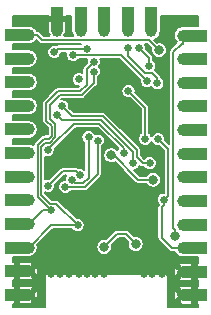
<source format=gbr>
G04 #@! TF.GenerationSoftware,KiCad,Pcbnew,(5.0.0)*
G04 #@! TF.CreationDate,2021-02-11T08:38:10+00:00*
G04 #@! TF.ProjectId,ESPV-BUG,455350562D4255472E6B696361645F70,rev?*
G04 #@! TF.SameCoordinates,Original*
G04 #@! TF.FileFunction,Copper,L2,Bot,Signal*
G04 #@! TF.FilePolarity,Positive*
%FSLAX46Y46*%
G04 Gerber Fmt 4.6, Leading zero omitted, Abs format (unit mm)*
G04 Created by KiCad (PCBNEW (5.0.0)) date 02/11/21 08:38:10*
%MOMM*%
%LPD*%
G01*
G04 APERTURE LIST*
G04 #@! TA.AperFunction,ComponentPad*
%ADD10C,1.000000*%
G04 #@! TD*
G04 #@! TA.AperFunction,ComponentPad*
%ADD11R,2.000000X1.000000*%
G04 #@! TD*
G04 #@! TA.AperFunction,ComponentPad*
%ADD12R,1.000000X2.000000*%
G04 #@! TD*
G04 #@! TA.AperFunction,ViaPad*
%ADD13C,0.800000*%
G04 #@! TD*
G04 #@! TA.AperFunction,ViaPad*
%ADD14C,0.650000*%
G04 #@! TD*
G04 #@! TA.AperFunction,Conductor*
%ADD15C,0.200000*%
G04 #@! TD*
G04 #@! TA.AperFunction,Conductor*
%ADD16C,0.150000*%
G04 #@! TD*
G04 APERTURE END LIST*
D10*
G04 #@! TO.P,J2,12*
G04 #@! TO.N,GND*
X164550000Y-89350000D03*
D11*
G04 #@! TO.P,J2,11*
X163550000Y-87350000D03*
D10*
X164550000Y-87350000D03*
D11*
G04 #@! TO.P,J2,12*
X163550000Y-89350000D03*
D10*
G04 #@! TO.P,J2,7*
G04 #@! TO.N,/ESPUSB-*
X164550000Y-79350000D03*
D11*
G04 #@! TO.P,J2,8*
G04 #@! TO.N,/ESPUSB+*
X163550000Y-81350000D03*
D10*
G04 #@! TO.P,J2,9*
G04 #@! TO.N,/ESP_RX*
X164550000Y-83350000D03*
D11*
G04 #@! TO.P,J2,6*
G04 #@! TO.N,/GP10*
X163550000Y-77350000D03*
D10*
G04 #@! TO.P,J2,8*
G04 #@! TO.N,/ESPUSB+*
X164550000Y-81350000D03*
G04 #@! TO.P,J2,6*
G04 #@! TO.N,/GP10*
X164550000Y-77350000D03*
G04 #@! TO.P,J2,10*
G04 #@! TO.N,/ESP_TX*
X164550000Y-85350000D03*
D11*
G04 #@! TO.P,J2,9*
G04 #@! TO.N,/ESP_RX*
X163550000Y-83350000D03*
G04 #@! TO.P,J2,10*
G04 #@! TO.N,/ESP_TX*
X163550000Y-85350000D03*
G04 #@! TO.P,J2,7*
G04 #@! TO.N,/ESPUSB-*
X163550000Y-79350000D03*
G04 #@! TO.P,J2,1*
G04 #@! TO.N,+3V3*
X163550000Y-67350000D03*
D10*
X164550000Y-67350000D03*
D11*
G04 #@! TO.P,J2,5*
G04 #@! TO.N,/BLSEL*
X163550000Y-75350000D03*
D10*
X164550000Y-75350000D03*
D11*
G04 #@! TO.P,J2,4*
G04 #@! TO.N,/GP08*
X163550000Y-73350000D03*
D10*
X164550000Y-73350000D03*
D11*
G04 #@! TO.P,J2,2*
G04 #@! TO.N,/ESP_RESET*
X163550000Y-69350000D03*
D10*
X164550000Y-69350000D03*
G04 #@! TO.P,J2,3*
G04 #@! TO.N,/GP07*
X164550000Y-71350000D03*
D11*
X163550000Y-71350000D03*
G04 #@! TD*
D10*
G04 #@! TO.P,J1,12*
G04 #@! TO.N,+3.3VA*
X177600000Y-67400000D03*
D11*
G04 #@! TO.P,J1,11*
G04 #@! TO.N,+3V3*
X178600000Y-69400000D03*
D10*
X177600000Y-69400000D03*
D11*
G04 #@! TO.P,J1,12*
G04 #@! TO.N,+3.3VA*
X178600000Y-67400000D03*
D10*
G04 #@! TO.P,J1,7*
G04 #@! TO.N,/GP03*
X177600000Y-77400000D03*
D11*
G04 #@! TO.P,J1,8*
G04 #@! TO.N,/GP04*
X178600000Y-75400000D03*
D10*
G04 #@! TO.P,J1,9*
G04 #@! TO.N,/GP05*
X177600000Y-73400000D03*
D11*
G04 #@! TO.P,J1,6*
G04 #@! TO.N,/GP02*
X178600000Y-79400000D03*
D10*
G04 #@! TO.P,J1,8*
G04 #@! TO.N,/GP04*
X177600000Y-75400000D03*
G04 #@! TO.P,J1,6*
G04 #@! TO.N,/GP02*
X177600000Y-79400000D03*
G04 #@! TO.P,J1,10*
G04 #@! TO.N,/GP06*
X177600000Y-71400000D03*
D11*
G04 #@! TO.P,J1,9*
G04 #@! TO.N,/GP05*
X178600000Y-73400000D03*
G04 #@! TO.P,J1,10*
G04 #@! TO.N,/GP06*
X178600000Y-71400000D03*
G04 #@! TO.P,J1,7*
G04 #@! TO.N,/GP03*
X178600000Y-77400000D03*
G04 #@! TO.P,J1,1*
G04 #@! TO.N,GND*
X178600000Y-89400000D03*
D10*
X177600000Y-89400000D03*
D11*
G04 #@! TO.P,J1,5*
G04 #@! TO.N,/GP01*
X178600000Y-81400000D03*
D10*
X177600000Y-81400000D03*
D11*
G04 #@! TO.P,J1,4*
G04 #@! TO.N,/GP00*
X178600000Y-83400000D03*
D10*
X177600000Y-83400000D03*
D11*
G04 #@! TO.P,J1,2*
G04 #@! TO.N,GND*
X178600000Y-87400000D03*
D10*
X177600000Y-87400000D03*
G04 #@! TO.P,J1,3*
G04 #@! TO.N,/ESP_ENABLE*
X177600000Y-85400000D03*
D11*
X178600000Y-85400000D03*
G04 #@! TD*
D12*
G04 #@! TO.P,J3,3*
G04 #@! TO.N,/CHUSB+*
X170950000Y-66000000D03*
D10*
X170950000Y-67000000D03*
G04 #@! TO.P,J3,2*
G04 #@! TO.N,/CHBL*
X172950000Y-67000000D03*
D12*
X172950000Y-66000000D03*
D10*
G04 #@! TO.P,J3,4*
G04 #@! TO.N,/CHUSB-*
X168950000Y-67000000D03*
D12*
X168950000Y-66000000D03*
D10*
G04 #@! TO.P,J3,5*
G04 #@! TO.N,GND*
X166950000Y-67000000D03*
D12*
X166950000Y-66000000D03*
D10*
G04 #@! TO.P,J3,1*
G04 #@! TO.N,/CHVP*
X174950000Y-67000000D03*
D12*
X174950000Y-66000000D03*
G04 #@! TD*
D13*
G04 #@! TO.N,+3.3VA*
X170950000Y-85300000D03*
X176900000Y-84400000D03*
X173600000Y-85050000D03*
D14*
G04 #@! TO.N,GND*
X176600000Y-88400000D03*
X176600000Y-87600000D03*
X175800000Y-87600000D03*
X175000000Y-87600000D03*
X174300000Y-87600000D03*
X176600000Y-89200000D03*
X176600000Y-90000000D03*
X165600000Y-90000000D03*
X165600000Y-89200000D03*
X165600000Y-88400000D03*
X166400000Y-87600000D03*
X167200000Y-87600000D03*
X168000000Y-87600000D03*
X168800000Y-87600000D03*
X169500000Y-87600000D03*
X170200000Y-87600000D03*
X170900000Y-87600000D03*
X171400000Y-81300000D03*
X168700000Y-69800000D03*
X176400000Y-66900000D03*
X165450000Y-66350000D03*
X167950000Y-77400000D03*
X168800000Y-73500000D03*
X165800000Y-75350000D03*
X173650000Y-84100000D03*
X173950000Y-85950000D03*
X175850000Y-73150000D03*
X176450000Y-68050000D03*
X171375000Y-80225000D03*
X170350000Y-81325000D03*
X172525000Y-81275000D03*
X171375000Y-82375000D03*
X165650000Y-68400000D03*
X170800000Y-72350000D03*
X172650000Y-70600000D03*
X176150000Y-69950000D03*
X173000000Y-74100000D03*
X165800000Y-86200000D03*
G04 #@! TO.N,/CHVP*
X174749984Y-70000016D03*
X173900000Y-68450009D03*
D13*
G04 #@! TO.N,+3V3*
X171550000Y-77550000D03*
X175069969Y-79612034D03*
X175600000Y-68650000D03*
D14*
G04 #@! TO.N,/GP08*
X166950000Y-74150000D03*
X173394670Y-78194670D03*
G04 #@! TO.N,/BLSEL*
X173000000Y-72100000D03*
X174400000Y-76150000D03*
G04 #@! TO.N,/GP10*
X166150021Y-77100000D03*
X172587563Y-77370599D03*
G04 #@! TO.N,/GP07*
X174800000Y-78199978D03*
X174800000Y-78199978D03*
X167400000Y-73400000D03*
G04 #@! TO.N,/ESP_ENABLE*
X175990952Y-81301288D03*
X175512155Y-76185414D03*
G04 #@! TO.N,/ESP_RESET*
X168801620Y-71101620D03*
G04 #@! TO.N,/GP14*
X168869220Y-79210188D03*
X166200000Y-80125000D03*
G04 #@! TO.N,/GP16*
X167635207Y-80214026D03*
X170409935Y-76300000D03*
G04 #@! TO.N,/GP15*
X168191901Y-79635932D03*
X169623377Y-75995451D03*
G04 #@! TO.N,/ESP_TX*
X168700000Y-83449998D03*
X170057948Y-70457188D03*
G04 #@! TO.N,/ESP_RX*
X166400000Y-82200000D03*
X170062166Y-69612166D03*
G04 #@! TO.N,/CHUSB+*
X169450000Y-68500000D03*
X166700000Y-68800000D03*
G04 #@! TO.N,/CHBL*
X175450000Y-71450000D03*
X172950000Y-68450010D03*
G04 #@! TO.N,/CHUSB-*
X174553240Y-71254573D03*
X168300000Y-69050000D03*
G04 #@! TD*
D15*
G04 #@! TO.N,+3.3VA*
X177600000Y-68107106D02*
X177600000Y-67400000D01*
X177492894Y-68107106D02*
X177600000Y-68107106D01*
X176800000Y-68800000D02*
X177492894Y-68107106D01*
X176900000Y-83834315D02*
X176800000Y-83734315D01*
X176800000Y-83734315D02*
X176800000Y-68800000D01*
X176900000Y-84400000D02*
X176900000Y-83834315D01*
X172050000Y-84200000D02*
X170950000Y-85300000D01*
X172750000Y-84200000D02*
X172050000Y-84200000D01*
X173600000Y-85050000D02*
X172750000Y-84200000D01*
D16*
G04 #@! TO.N,/CHVP*
X174950000Y-69800000D02*
X174749984Y-70000016D01*
X174749984Y-69299993D02*
X173900000Y-68450009D01*
X174749984Y-70000016D02*
X174749984Y-69299993D01*
G04 #@! TO.N,+3V3*
X171769698Y-77550000D02*
X171550000Y-77550000D01*
X173831732Y-79612034D02*
X171769698Y-77550000D01*
X175069969Y-79612034D02*
X173831732Y-79612034D01*
X175600000Y-68650000D02*
X174725001Y-67775001D01*
X174725001Y-67775001D02*
X165682107Y-67775001D01*
X165682107Y-67775001D02*
X165257106Y-67350000D01*
X165257106Y-67350000D02*
X164550000Y-67350000D01*
G04 #@! TO.N,/GP08*
X167350000Y-74550000D02*
X166950000Y-74150000D01*
X170700000Y-74550000D02*
X167350000Y-74550000D01*
X173394670Y-77244670D02*
X170700000Y-74550000D01*
X173394670Y-78194670D02*
X173394670Y-77244670D01*
G04 #@! TO.N,/BLSEL*
X174400000Y-73500000D02*
X173000000Y-72100000D01*
X174400000Y-76150000D02*
X174400000Y-73500000D01*
G04 #@! TO.N,/GP10*
X166475020Y-76775001D02*
X166150021Y-77100000D01*
X170544059Y-74850000D02*
X168400021Y-74850000D01*
X172587563Y-76893504D02*
X170544059Y-74850000D01*
X168400021Y-74850000D02*
X166475020Y-76775001D01*
X172587563Y-77370599D02*
X172587563Y-76893504D01*
G04 #@! TO.N,/GP07*
X174199978Y-78199978D02*
X174800000Y-78199978D01*
X173700000Y-77700000D02*
X174199978Y-78199978D01*
X170850000Y-74250000D02*
X173700000Y-77100000D01*
X173700000Y-77100000D02*
X173700000Y-77700000D01*
X168250000Y-74250000D02*
X170850000Y-74250000D01*
X167400000Y-73400000D02*
X168250000Y-74250000D01*
G04 #@! TO.N,/ESP_ENABLE*
X175800000Y-81951859D02*
X175990952Y-81760907D01*
X175800000Y-84500000D02*
X175800000Y-81951859D01*
X175990952Y-81760907D02*
X175990952Y-81301288D01*
X176700000Y-85400000D02*
X175800000Y-84500000D01*
X177600000Y-85400000D02*
X176700000Y-85400000D01*
X175998712Y-81301288D02*
X175990952Y-81301288D01*
X176350000Y-80950000D02*
X175998712Y-81301288D01*
X175512155Y-76185414D02*
X176350000Y-77023259D01*
X176350000Y-77023259D02*
X176350000Y-80950000D01*
G04 #@! TO.N,/GP14*
X167451972Y-78885189D02*
X168544221Y-78885189D01*
X168544221Y-78885189D02*
X168869220Y-79210188D01*
X166200000Y-80125000D02*
X166212161Y-80125000D01*
X166212161Y-80125000D02*
X167451972Y-78885189D01*
G04 #@! TO.N,/GP16*
X170409935Y-76759619D02*
X170409935Y-76300000D01*
X169285974Y-80214026D02*
X170409935Y-79090065D01*
X167635207Y-80214026D02*
X169285974Y-80214026D01*
X170409935Y-79090065D02*
X170409935Y-76759619D01*
G04 #@! TO.N,/GP15*
X168191901Y-79635932D02*
X168455958Y-79899989D01*
X169623377Y-79452345D02*
X169623377Y-76455070D01*
X169175733Y-79899989D02*
X169623377Y-79452345D01*
X168455958Y-79899989D02*
X169175733Y-79899989D01*
X169623377Y-76455070D02*
X169623377Y-75995451D01*
G04 #@! TO.N,/ESP_TX*
X168200002Y-83449998D02*
X168240381Y-83449998D01*
X168240381Y-83449998D02*
X168700000Y-83449998D01*
X166450002Y-83449998D02*
X164550000Y-85350000D01*
X168700000Y-83449998D02*
X166450002Y-83449998D01*
X169100000Y-72400000D02*
X170057948Y-71442052D01*
X167200000Y-72400000D02*
X169100000Y-72400000D01*
X166350000Y-73250000D02*
X167200000Y-72400000D01*
X166350000Y-74450000D02*
X166350000Y-73250000D01*
X170057948Y-71442052D02*
X170057948Y-70457188D01*
X166450000Y-74550000D02*
X166750000Y-74850000D01*
X166450000Y-74550000D02*
X166350000Y-74450000D01*
X166800000Y-74900000D02*
X166450000Y-74550000D01*
X166800000Y-76025743D02*
X166800000Y-74900000D01*
X166350743Y-76475000D02*
X166800000Y-76025743D01*
X165975000Y-76475000D02*
X166350743Y-76475000D01*
X165600011Y-76849989D02*
X165975000Y-76475000D01*
X165600011Y-80900011D02*
X165600011Y-76849989D01*
X166350000Y-81650000D02*
X165600011Y-80900011D01*
X166900002Y-81650000D02*
X166350000Y-81650000D01*
X168700000Y-83449998D02*
X166900002Y-81650000D01*
G04 #@! TO.N,/ESP_RX*
X165940381Y-82200000D02*
X166400000Y-82200000D01*
X164600000Y-83350000D02*
X165750000Y-82200000D01*
X165750000Y-82200000D02*
X165940381Y-82200000D01*
X164550000Y-83350000D02*
X164600000Y-83350000D01*
X165300000Y-81100000D02*
X166400000Y-82200000D01*
X165300000Y-76700000D02*
X165300000Y-81100000D01*
X168900000Y-72100000D02*
X167050000Y-72100000D01*
X169450000Y-71550000D02*
X168900000Y-72100000D01*
X170062166Y-69612166D02*
X169450000Y-70224332D01*
X169450000Y-70224332D02*
X169450000Y-71550000D01*
X167050000Y-72100000D02*
X166050000Y-73100000D01*
X166500000Y-75100000D02*
X166050000Y-74650000D01*
X166050000Y-73100000D02*
X166050000Y-74650000D01*
X165875000Y-76125000D02*
X166276465Y-76125000D01*
X165875000Y-76125000D02*
X165300000Y-76700000D01*
X166500000Y-75901465D02*
X166500000Y-75100000D01*
X166276465Y-76125000D02*
X166500000Y-75901465D01*
G04 #@! TO.N,/CHUSB+*
X167000000Y-68500000D02*
X169450000Y-68500000D01*
X166700000Y-68800000D02*
X167000000Y-68500000D01*
G04 #@! TO.N,/CHBL*
X172950000Y-69125721D02*
X172950000Y-68607106D01*
X175450000Y-70990381D02*
X175028972Y-70569353D01*
X175450000Y-71450000D02*
X175450000Y-70990381D01*
X174393632Y-70569353D02*
X172950000Y-69125721D01*
X175028972Y-70569353D02*
X174393632Y-70569353D01*
X172950000Y-68607106D02*
X172950000Y-68450010D01*
G04 #@! TO.N,/CHUSB-*
X174553240Y-71254573D02*
X174553240Y-71153240D01*
X172348667Y-69050000D02*
X174553240Y-71254573D01*
X168300000Y-69050000D02*
X172348667Y-69050000D01*
G04 #@! TD*
G04 #@! TO.N,GND*
G36*
X178850001Y-66623670D02*
X177600000Y-66623670D01*
X177586497Y-66625000D01*
X177523669Y-66625000D01*
X177373941Y-66654783D01*
X177232900Y-66713204D01*
X177105966Y-66798018D01*
X176998018Y-66905966D01*
X176913204Y-67032900D01*
X176854783Y-67173941D01*
X176825000Y-67323669D01*
X176825000Y-67476331D01*
X176854783Y-67626059D01*
X176913204Y-67767100D01*
X176998018Y-67894034D01*
X177086827Y-67982843D01*
X176547862Y-68521809D01*
X176533553Y-68533552D01*
X176521811Y-68547860D01*
X176486691Y-68590654D01*
X176463208Y-68634588D01*
X176451870Y-68655800D01*
X176430855Y-68725078D01*
X176430427Y-68726488D01*
X176423186Y-68800000D01*
X176425001Y-68818426D01*
X176425000Y-76603285D01*
X176104534Y-76282820D01*
X176112155Y-76244509D01*
X176112155Y-76126319D01*
X176089097Y-76010400D01*
X176043868Y-75901207D01*
X175978205Y-75802936D01*
X175894633Y-75719364D01*
X175796362Y-75653701D01*
X175687169Y-75608472D01*
X175571250Y-75585414D01*
X175453060Y-75585414D01*
X175337141Y-75608472D01*
X175227948Y-75653701D01*
X175129677Y-75719364D01*
X175046105Y-75802936D01*
X174980442Y-75901207D01*
X174963412Y-75942321D01*
X174931713Y-75865793D01*
X174866050Y-75767522D01*
X174782478Y-75683950D01*
X174750000Y-75662249D01*
X174750000Y-73517188D01*
X174751693Y-73500000D01*
X174744935Y-73431388D01*
X174742973Y-73424921D01*
X174724922Y-73365413D01*
X174692422Y-73304610D01*
X174648685Y-73251315D01*
X174635325Y-73240351D01*
X173592379Y-72197406D01*
X173600000Y-72159095D01*
X173600000Y-72040905D01*
X173576942Y-71924986D01*
X173531713Y-71815793D01*
X173466050Y-71717522D01*
X173382478Y-71633950D01*
X173284207Y-71568287D01*
X173175014Y-71523058D01*
X173059095Y-71500000D01*
X172940905Y-71500000D01*
X172824986Y-71523058D01*
X172715793Y-71568287D01*
X172617522Y-71633950D01*
X172533950Y-71717522D01*
X172468287Y-71815793D01*
X172423058Y-71924986D01*
X172400000Y-72040905D01*
X172400000Y-72159095D01*
X172423058Y-72275014D01*
X172468287Y-72384207D01*
X172533950Y-72482478D01*
X172617522Y-72566050D01*
X172715793Y-72631713D01*
X172824986Y-72676942D01*
X172940905Y-72700000D01*
X173059095Y-72700000D01*
X173097406Y-72692379D01*
X174050001Y-73644975D01*
X174050000Y-75662249D01*
X174017522Y-75683950D01*
X173933950Y-75767522D01*
X173868287Y-75865793D01*
X173823058Y-75974986D01*
X173800000Y-76090905D01*
X173800000Y-76209095D01*
X173823058Y-76325014D01*
X173868287Y-76434207D01*
X173933950Y-76532478D01*
X174017522Y-76616050D01*
X174115793Y-76681713D01*
X174224986Y-76726942D01*
X174340905Y-76750000D01*
X174459095Y-76750000D01*
X174575014Y-76726942D01*
X174684207Y-76681713D01*
X174782478Y-76616050D01*
X174866050Y-76532478D01*
X174931713Y-76434207D01*
X174948743Y-76393093D01*
X174980442Y-76469621D01*
X175046105Y-76567892D01*
X175129677Y-76651464D01*
X175227948Y-76717127D01*
X175337141Y-76762356D01*
X175453060Y-76785414D01*
X175571250Y-76785414D01*
X175609561Y-76777793D01*
X176000000Y-77168234D01*
X176000001Y-80701288D01*
X175931857Y-80701288D01*
X175815938Y-80724346D01*
X175706745Y-80769575D01*
X175608474Y-80835238D01*
X175524902Y-80918810D01*
X175459239Y-81017081D01*
X175414010Y-81126274D01*
X175390952Y-81242193D01*
X175390952Y-81360383D01*
X175414010Y-81476302D01*
X175459239Y-81585495D01*
X175524902Y-81683766D01*
X175548158Y-81707022D01*
X175507579Y-81756469D01*
X175496020Y-81778095D01*
X175475079Y-81817272D01*
X175455065Y-81883248D01*
X175448307Y-81951859D01*
X175450001Y-81969057D01*
X175450000Y-84482812D01*
X175448307Y-84500000D01*
X175450000Y-84517188D01*
X175455065Y-84568611D01*
X175475078Y-84634586D01*
X175507578Y-84695389D01*
X175551315Y-84748684D01*
X175564676Y-84759649D01*
X176440355Y-85635330D01*
X176451315Y-85648685D01*
X176504610Y-85692422D01*
X176565413Y-85724922D01*
X176611374Y-85738864D01*
X176631387Y-85744935D01*
X176699999Y-85751693D01*
X176717188Y-85750000D01*
X176906121Y-85750000D01*
X176913204Y-85767100D01*
X176998018Y-85894034D01*
X177105966Y-86001982D01*
X177232900Y-86086796D01*
X177373941Y-86145217D01*
X177523669Y-86175000D01*
X177586497Y-86175000D01*
X177600000Y-86176330D01*
X178850000Y-86176330D01*
X178850000Y-86625000D01*
X178847750Y-86625000D01*
X178779000Y-86693750D01*
X178779000Y-87221000D01*
X178799000Y-87221000D01*
X178799000Y-87579000D01*
X178779000Y-87579000D01*
X178779000Y-88106250D01*
X178847750Y-88175000D01*
X178850000Y-88175000D01*
X178850000Y-88625000D01*
X178847750Y-88625000D01*
X178779000Y-88693750D01*
X178779000Y-89221000D01*
X178799000Y-89221000D01*
X178799000Y-89579000D01*
X178779000Y-89579000D01*
X178779000Y-90106250D01*
X178847750Y-90175000D01*
X178850000Y-90175000D01*
X178850000Y-90350000D01*
X176325000Y-90350000D01*
X176325000Y-89397126D01*
X176821255Y-89397126D01*
X176835658Y-89549107D01*
X176879433Y-89695358D01*
X176881633Y-89700667D01*
X176987600Y-89759256D01*
X177325000Y-89421856D01*
X177325000Y-89579002D01*
X177393748Y-89579002D01*
X177325000Y-89647750D01*
X177325000Y-89927085D01*
X177325176Y-89927968D01*
X177240744Y-90012400D01*
X177299333Y-90118367D01*
X177445256Y-90163221D01*
X177597126Y-90178745D01*
X177636643Y-90175000D01*
X178352250Y-90175000D01*
X178421000Y-90106250D01*
X178421000Y-89579000D01*
X178401000Y-89579000D01*
X178401000Y-89221000D01*
X178421000Y-89221000D01*
X178421000Y-88693750D01*
X178352250Y-88625000D01*
X177639511Y-88625000D01*
X177602874Y-88621255D01*
X177450893Y-88635658D01*
X177304642Y-88679433D01*
X177299333Y-88681633D01*
X177240744Y-88787600D01*
X177325176Y-88872032D01*
X177325000Y-88872915D01*
X177325000Y-89152250D01*
X177393748Y-89220998D01*
X177325000Y-89220998D01*
X177325000Y-89378144D01*
X176987600Y-89040744D01*
X176881633Y-89099333D01*
X176836779Y-89245256D01*
X176821255Y-89397126D01*
X176325000Y-89397126D01*
X176325000Y-87700000D01*
X176323559Y-87685368D01*
X176319291Y-87671299D01*
X176312360Y-87658332D01*
X176303033Y-87646967D01*
X176291668Y-87637640D01*
X176278701Y-87630709D01*
X176264632Y-87626441D01*
X176250000Y-87625000D01*
X166000000Y-87625000D01*
X165985368Y-87626441D01*
X165971299Y-87630709D01*
X165958332Y-87637640D01*
X165946967Y-87646967D01*
X165937640Y-87658332D01*
X165930709Y-87671299D01*
X165926441Y-87685368D01*
X165925000Y-87700000D01*
X165925000Y-90350000D01*
X163250000Y-90350000D01*
X163250000Y-90125000D01*
X163302250Y-90125000D01*
X163371000Y-90056250D01*
X163371000Y-89529000D01*
X163351000Y-89529000D01*
X163351000Y-89171000D01*
X163371000Y-89171000D01*
X163371000Y-88643750D01*
X163729000Y-88643750D01*
X163729000Y-89171000D01*
X163749000Y-89171000D01*
X163749000Y-89529000D01*
X163729000Y-89529000D01*
X163729000Y-90056250D01*
X163797750Y-90125000D01*
X164510489Y-90125000D01*
X164547126Y-90128745D01*
X164699107Y-90114342D01*
X164845358Y-90070567D01*
X164850667Y-90068367D01*
X164909256Y-89962400D01*
X164824824Y-89877968D01*
X164825000Y-89877085D01*
X164825000Y-89597750D01*
X164756252Y-89529002D01*
X164825000Y-89529002D01*
X164825000Y-89371856D01*
X165162400Y-89709256D01*
X165268367Y-89650667D01*
X165313221Y-89504744D01*
X165328745Y-89352874D01*
X165314342Y-89200893D01*
X165270567Y-89054642D01*
X165268367Y-89049333D01*
X165162400Y-88990744D01*
X164825000Y-89328144D01*
X164825000Y-89170998D01*
X164756252Y-89170998D01*
X164825000Y-89102250D01*
X164825000Y-88822915D01*
X164824824Y-88822032D01*
X164909256Y-88737600D01*
X164850667Y-88631633D01*
X164704744Y-88586779D01*
X164552874Y-88571255D01*
X164513357Y-88575000D01*
X163797750Y-88575000D01*
X163729000Y-88643750D01*
X163371000Y-88643750D01*
X163302250Y-88575000D01*
X163250000Y-88575000D01*
X163250000Y-88125000D01*
X163302250Y-88125000D01*
X163371000Y-88056250D01*
X163371000Y-87529000D01*
X163351000Y-87529000D01*
X163351000Y-87171000D01*
X163371000Y-87171000D01*
X163371000Y-86643750D01*
X163729000Y-86643750D01*
X163729000Y-87171000D01*
X163749000Y-87171000D01*
X163749000Y-87529000D01*
X163729000Y-87529000D01*
X163729000Y-88056250D01*
X163797750Y-88125000D01*
X164510489Y-88125000D01*
X164547126Y-88128745D01*
X164699107Y-88114342D01*
X164845358Y-88070567D01*
X164850667Y-88068367D01*
X164909256Y-87962400D01*
X164824824Y-87877968D01*
X164825000Y-87877085D01*
X164825000Y-87597750D01*
X164756252Y-87529002D01*
X164825000Y-87529002D01*
X164825000Y-87371856D01*
X165162400Y-87709256D01*
X165268367Y-87650667D01*
X165313221Y-87504744D01*
X165324221Y-87397126D01*
X176821255Y-87397126D01*
X176835658Y-87549107D01*
X176879433Y-87695358D01*
X176881633Y-87700667D01*
X176987600Y-87759256D01*
X177325000Y-87421856D01*
X177325000Y-87579002D01*
X177393748Y-87579002D01*
X177325000Y-87647750D01*
X177325000Y-87927085D01*
X177325176Y-87927968D01*
X177240744Y-88012400D01*
X177299333Y-88118367D01*
X177445256Y-88163221D01*
X177597126Y-88178745D01*
X177636643Y-88175000D01*
X178352250Y-88175000D01*
X178421000Y-88106250D01*
X178421000Y-87579000D01*
X178401000Y-87579000D01*
X178401000Y-87221000D01*
X178421000Y-87221000D01*
X178421000Y-86693750D01*
X178352250Y-86625000D01*
X177639511Y-86625000D01*
X177602874Y-86621255D01*
X177450893Y-86635658D01*
X177304642Y-86679433D01*
X177299333Y-86681633D01*
X177240744Y-86787600D01*
X177325176Y-86872032D01*
X177325000Y-86872915D01*
X177325000Y-87152250D01*
X177393748Y-87220998D01*
X177325000Y-87220998D01*
X177325000Y-87378144D01*
X176987600Y-87040744D01*
X176881633Y-87099333D01*
X176836779Y-87245256D01*
X176821255Y-87397126D01*
X165324221Y-87397126D01*
X165328745Y-87352874D01*
X165314342Y-87200893D01*
X165270567Y-87054642D01*
X165268367Y-87049333D01*
X165162400Y-86990744D01*
X164825000Y-87328144D01*
X164825000Y-87170998D01*
X164756252Y-87170998D01*
X164825000Y-87102250D01*
X164825000Y-86822915D01*
X164824824Y-86822032D01*
X164909256Y-86737600D01*
X164850667Y-86631633D01*
X164704744Y-86586779D01*
X164552874Y-86571255D01*
X164513357Y-86575000D01*
X163797750Y-86575000D01*
X163729000Y-86643750D01*
X163371000Y-86643750D01*
X163302250Y-86575000D01*
X163250000Y-86575000D01*
X163250000Y-86126330D01*
X164550000Y-86126330D01*
X164563503Y-86125000D01*
X164626331Y-86125000D01*
X164776059Y-86095217D01*
X164917100Y-86036796D01*
X165044034Y-85951982D01*
X165151982Y-85844034D01*
X165236796Y-85717100D01*
X165295217Y-85576059D01*
X165325000Y-85426331D01*
X165325000Y-85273669D01*
X165317014Y-85233518D01*
X170275000Y-85233518D01*
X170275000Y-85366482D01*
X170300940Y-85496890D01*
X170351823Y-85619732D01*
X170425693Y-85730287D01*
X170519713Y-85824307D01*
X170630268Y-85898177D01*
X170753110Y-85949060D01*
X170883518Y-85975000D01*
X171016482Y-85975000D01*
X171146890Y-85949060D01*
X171269732Y-85898177D01*
X171380287Y-85824307D01*
X171474307Y-85730287D01*
X171548177Y-85619732D01*
X171599060Y-85496890D01*
X171625000Y-85366482D01*
X171625000Y-85233518D01*
X171612028Y-85168302D01*
X172205330Y-84575000D01*
X172594671Y-84575000D01*
X172937972Y-84918302D01*
X172925000Y-84983518D01*
X172925000Y-85116482D01*
X172950940Y-85246890D01*
X173001823Y-85369732D01*
X173075693Y-85480287D01*
X173169713Y-85574307D01*
X173280268Y-85648177D01*
X173403110Y-85699060D01*
X173533518Y-85725000D01*
X173666482Y-85725000D01*
X173796890Y-85699060D01*
X173919732Y-85648177D01*
X174030287Y-85574307D01*
X174124307Y-85480287D01*
X174198177Y-85369732D01*
X174249060Y-85246890D01*
X174275000Y-85116482D01*
X174275000Y-84983518D01*
X174249060Y-84853110D01*
X174198177Y-84730268D01*
X174124307Y-84619713D01*
X174030287Y-84525693D01*
X173919732Y-84451823D01*
X173796890Y-84400940D01*
X173666482Y-84375000D01*
X173533518Y-84375000D01*
X173468302Y-84387972D01*
X173028195Y-83947866D01*
X173016448Y-83933552D01*
X172959347Y-83886691D01*
X172894200Y-83851869D01*
X172823513Y-83830426D01*
X172768419Y-83825000D01*
X172768416Y-83825000D01*
X172750000Y-83823186D01*
X172731584Y-83825000D01*
X172068416Y-83825000D01*
X172050000Y-83823186D01*
X172031584Y-83825000D01*
X172031581Y-83825000D01*
X171976487Y-83830426D01*
X171905800Y-83851869D01*
X171840653Y-83886691D01*
X171783552Y-83933552D01*
X171771809Y-83947861D01*
X171081698Y-84637972D01*
X171016482Y-84625000D01*
X170883518Y-84625000D01*
X170753110Y-84650940D01*
X170630268Y-84701823D01*
X170519713Y-84775693D01*
X170425693Y-84869713D01*
X170351823Y-84980268D01*
X170300940Y-85103110D01*
X170275000Y-85233518D01*
X165317014Y-85233518D01*
X165295217Y-85123941D01*
X165288134Y-85106840D01*
X166594977Y-83799998D01*
X168212249Y-83799998D01*
X168233950Y-83832476D01*
X168317522Y-83916048D01*
X168415793Y-83981711D01*
X168524986Y-84026940D01*
X168640905Y-84049998D01*
X168759095Y-84049998D01*
X168875014Y-84026940D01*
X168984207Y-83981711D01*
X169082478Y-83916048D01*
X169166050Y-83832476D01*
X169231713Y-83734205D01*
X169276942Y-83625012D01*
X169300000Y-83509093D01*
X169300000Y-83390903D01*
X169276942Y-83274984D01*
X169231713Y-83165791D01*
X169166050Y-83067520D01*
X169082478Y-82983948D01*
X168984207Y-82918285D01*
X168875014Y-82873056D01*
X168759095Y-82849998D01*
X168640905Y-82849998D01*
X168602595Y-82857618D01*
X167159655Y-81414680D01*
X167148687Y-81401315D01*
X167095392Y-81357578D01*
X167034589Y-81325078D01*
X166968614Y-81305065D01*
X166917191Y-81300000D01*
X166917190Y-81300000D01*
X166900002Y-81298307D01*
X166882814Y-81300000D01*
X166494975Y-81300000D01*
X165950011Y-80755038D01*
X165950011Y-80670886D01*
X166024986Y-80701942D01*
X166140905Y-80725000D01*
X166259095Y-80725000D01*
X166375014Y-80701942D01*
X166484207Y-80656713D01*
X166582478Y-80591050D01*
X166666050Y-80507478D01*
X166731713Y-80409207D01*
X166776942Y-80300014D01*
X166800000Y-80184095D01*
X166800000Y-80065905D01*
X166794397Y-80037737D01*
X167596947Y-79235189D01*
X167744116Y-79235189D01*
X167725851Y-79253454D01*
X167660188Y-79351725D01*
X167614959Y-79460918D01*
X167591901Y-79576837D01*
X167591901Y-79614026D01*
X167576112Y-79614026D01*
X167460193Y-79637084D01*
X167351000Y-79682313D01*
X167252729Y-79747976D01*
X167169157Y-79831548D01*
X167103494Y-79929819D01*
X167058265Y-80039012D01*
X167035207Y-80154931D01*
X167035207Y-80273121D01*
X167058265Y-80389040D01*
X167103494Y-80498233D01*
X167169157Y-80596504D01*
X167252729Y-80680076D01*
X167351000Y-80745739D01*
X167460193Y-80790968D01*
X167576112Y-80814026D01*
X167694302Y-80814026D01*
X167810221Y-80790968D01*
X167919414Y-80745739D01*
X168017685Y-80680076D01*
X168101257Y-80596504D01*
X168122958Y-80564026D01*
X169268786Y-80564026D01*
X169285974Y-80565719D01*
X169303162Y-80564026D01*
X169303163Y-80564026D01*
X169354586Y-80558961D01*
X169420561Y-80538948D01*
X169481364Y-80506448D01*
X169534659Y-80462711D01*
X169545627Y-80449346D01*
X170645264Y-79349710D01*
X170658619Y-79338750D01*
X170702357Y-79285455D01*
X170729225Y-79235189D01*
X170734857Y-79224653D01*
X170754870Y-79158677D01*
X170761628Y-79090065D01*
X170759935Y-79072876D01*
X170759935Y-76787751D01*
X170792413Y-76766050D01*
X170875985Y-76682478D01*
X170941648Y-76584207D01*
X170986877Y-76475014D01*
X171009935Y-76359095D01*
X171009935Y-76240905D01*
X170986877Y-76124986D01*
X170941648Y-76015793D01*
X170875985Y-75917522D01*
X170792413Y-75833950D01*
X170694142Y-75768287D01*
X170584949Y-75723058D01*
X170469030Y-75700000D01*
X170350840Y-75700000D01*
X170234921Y-75723058D01*
X170170958Y-75749552D01*
X170155090Y-75711244D01*
X170089427Y-75612973D01*
X170005855Y-75529401D01*
X169907584Y-75463738D01*
X169798391Y-75418509D01*
X169682472Y-75395451D01*
X169564282Y-75395451D01*
X169448363Y-75418509D01*
X169339170Y-75463738D01*
X169240899Y-75529401D01*
X169157327Y-75612973D01*
X169091664Y-75711244D01*
X169046435Y-75820437D01*
X169023377Y-75936356D01*
X169023377Y-76054546D01*
X169046435Y-76170465D01*
X169091664Y-76279658D01*
X169157327Y-76377929D01*
X169240899Y-76461501D01*
X169273378Y-76483203D01*
X169273377Y-78765817D01*
X169251698Y-78744138D01*
X169153427Y-78678475D01*
X169044234Y-78633246D01*
X168928315Y-78610188D01*
X168810125Y-78610188D01*
X168770455Y-78618079D01*
X168739611Y-78592767D01*
X168678808Y-78560267D01*
X168612833Y-78540254D01*
X168561410Y-78535189D01*
X168561409Y-78535189D01*
X168544221Y-78533496D01*
X168527033Y-78535189D01*
X167469168Y-78535189D01*
X167451972Y-78533495D01*
X167383360Y-78540254D01*
X167317385Y-78560267D01*
X167256582Y-78592767D01*
X167203287Y-78636504D01*
X167192327Y-78649859D01*
X166307549Y-79534638D01*
X166259095Y-79525000D01*
X166140905Y-79525000D01*
X166024986Y-79548058D01*
X165950011Y-79579114D01*
X165950011Y-77666588D01*
X165975007Y-77676942D01*
X166090926Y-77700000D01*
X166209116Y-77700000D01*
X166325035Y-77676942D01*
X166434228Y-77631713D01*
X166532499Y-77566050D01*
X166616071Y-77482478D01*
X166681734Y-77384207D01*
X166726963Y-77275014D01*
X166750021Y-77159095D01*
X166750021Y-77040905D01*
X166742400Y-77002594D01*
X168544996Y-75200000D01*
X170399086Y-75200000D01*
X172154360Y-76955274D01*
X172121513Y-76988121D01*
X172055850Y-77086392D01*
X172051496Y-77096902D01*
X171980287Y-77025693D01*
X171869732Y-76951823D01*
X171746890Y-76900940D01*
X171616482Y-76875000D01*
X171483518Y-76875000D01*
X171353110Y-76900940D01*
X171230268Y-76951823D01*
X171119713Y-77025693D01*
X171025693Y-77119713D01*
X170951823Y-77230268D01*
X170900940Y-77353110D01*
X170875000Y-77483518D01*
X170875000Y-77616482D01*
X170900940Y-77746890D01*
X170951823Y-77869732D01*
X171025693Y-77980287D01*
X171119713Y-78074307D01*
X171230268Y-78148177D01*
X171353110Y-78199060D01*
X171483518Y-78225000D01*
X171616482Y-78225000D01*
X171746890Y-78199060D01*
X171869732Y-78148177D01*
X171871632Y-78146907D01*
X173572087Y-79847364D01*
X173583047Y-79860719D01*
X173636342Y-79904456D01*
X173697145Y-79936956D01*
X173763120Y-79956969D01*
X173814543Y-79962034D01*
X173814545Y-79962034D01*
X173831731Y-79963727D01*
X173848917Y-79962034D01*
X174492016Y-79962034D01*
X174545662Y-80042321D01*
X174639682Y-80136341D01*
X174750237Y-80210211D01*
X174873079Y-80261094D01*
X175003487Y-80287034D01*
X175136451Y-80287034D01*
X175266859Y-80261094D01*
X175389701Y-80210211D01*
X175500256Y-80136341D01*
X175594276Y-80042321D01*
X175668146Y-79931766D01*
X175719029Y-79808924D01*
X175744969Y-79678516D01*
X175744969Y-79545552D01*
X175719029Y-79415144D01*
X175668146Y-79292302D01*
X175594276Y-79181747D01*
X175500256Y-79087727D01*
X175389701Y-79013857D01*
X175266859Y-78962974D01*
X175136451Y-78937034D01*
X175003487Y-78937034D01*
X174873079Y-78962974D01*
X174750237Y-79013857D01*
X174639682Y-79087727D01*
X174545662Y-79181747D01*
X174492016Y-79262034D01*
X173976707Y-79262034D01*
X173500121Y-78785449D01*
X173569684Y-78771612D01*
X173678877Y-78726383D01*
X173777148Y-78660720D01*
X173860720Y-78577148D01*
X173926383Y-78478877D01*
X173943056Y-78438625D01*
X173951293Y-78448663D01*
X173988110Y-78478877D01*
X174004588Y-78492400D01*
X174065391Y-78524900D01*
X174131366Y-78544913D01*
X174199978Y-78551671D01*
X174217167Y-78549978D01*
X174312249Y-78549978D01*
X174333950Y-78582456D01*
X174417522Y-78666028D01*
X174515793Y-78731691D01*
X174624986Y-78776920D01*
X174740905Y-78799978D01*
X174859095Y-78799978D01*
X174975014Y-78776920D01*
X175084207Y-78731691D01*
X175182478Y-78666028D01*
X175266050Y-78582456D01*
X175331713Y-78484185D01*
X175376942Y-78374992D01*
X175400000Y-78259073D01*
X175400000Y-78140883D01*
X175376942Y-78024964D01*
X175331713Y-77915771D01*
X175266050Y-77817500D01*
X175182478Y-77733928D01*
X175084207Y-77668265D01*
X174975014Y-77623036D01*
X174859095Y-77599978D01*
X174740905Y-77599978D01*
X174624986Y-77623036D01*
X174515793Y-77668265D01*
X174417522Y-77733928D01*
X174333950Y-77817500D01*
X174325348Y-77830374D01*
X174050000Y-77555027D01*
X174050000Y-77117189D01*
X174051693Y-77100000D01*
X174044935Y-77031388D01*
X174024922Y-76965413D01*
X173992422Y-76904610D01*
X173959642Y-76864667D01*
X173959640Y-76864665D01*
X173948684Y-76851315D01*
X173935335Y-76840360D01*
X171109653Y-74014680D01*
X171098685Y-74001315D01*
X171045390Y-73957578D01*
X170984587Y-73925078D01*
X170918612Y-73905065D01*
X170867189Y-73900000D01*
X170867188Y-73900000D01*
X170850000Y-73898307D01*
X170832812Y-73900000D01*
X168394975Y-73900000D01*
X167992379Y-73497406D01*
X168000000Y-73459095D01*
X168000000Y-73340905D01*
X167976942Y-73224986D01*
X167931713Y-73115793D01*
X167866050Y-73017522D01*
X167782478Y-72933950D01*
X167684207Y-72868287D01*
X167575014Y-72823058D01*
X167459095Y-72800000D01*
X167340905Y-72800000D01*
X167283570Y-72811405D01*
X167344975Y-72750000D01*
X169082812Y-72750000D01*
X169100000Y-72751693D01*
X169117188Y-72750000D01*
X169117189Y-72750000D01*
X169168612Y-72744935D01*
X169234587Y-72724922D01*
X169295390Y-72692422D01*
X169348685Y-72648685D01*
X169359653Y-72635320D01*
X170293277Y-71701697D01*
X170306632Y-71690737D01*
X170350370Y-71637442D01*
X170382870Y-71576639D01*
X170400472Y-71518612D01*
X170402883Y-71510665D01*
X170409641Y-71442053D01*
X170407948Y-71424864D01*
X170407948Y-70944939D01*
X170440426Y-70923238D01*
X170523998Y-70839666D01*
X170589661Y-70741395D01*
X170634890Y-70632202D01*
X170657948Y-70516283D01*
X170657948Y-70398093D01*
X170634890Y-70282174D01*
X170589661Y-70172981D01*
X170523998Y-70074710D01*
X170486074Y-70036786D01*
X170528216Y-69994644D01*
X170593879Y-69896373D01*
X170639108Y-69787180D01*
X170662166Y-69671261D01*
X170662166Y-69553071D01*
X170639108Y-69437152D01*
X170623719Y-69400000D01*
X172203694Y-69400000D01*
X173960861Y-71157167D01*
X173953240Y-71195478D01*
X173953240Y-71313668D01*
X173976298Y-71429587D01*
X174021527Y-71538780D01*
X174087190Y-71637051D01*
X174170762Y-71720623D01*
X174269033Y-71786286D01*
X174378226Y-71831515D01*
X174494145Y-71854573D01*
X174612335Y-71854573D01*
X174728254Y-71831515D01*
X174837447Y-71786286D01*
X174917659Y-71732690D01*
X174918287Y-71734207D01*
X174983950Y-71832478D01*
X175067522Y-71916050D01*
X175165793Y-71981713D01*
X175274986Y-72026942D01*
X175390905Y-72050000D01*
X175509095Y-72050000D01*
X175625014Y-72026942D01*
X175734207Y-71981713D01*
X175832478Y-71916050D01*
X175916050Y-71832478D01*
X175981713Y-71734207D01*
X176026942Y-71625014D01*
X176050000Y-71509095D01*
X176050000Y-71390905D01*
X176026942Y-71274986D01*
X175981713Y-71165793D01*
X175916050Y-71067522D01*
X175832478Y-70983950D01*
X175798847Y-70961478D01*
X175794935Y-70921769D01*
X175774922Y-70855794D01*
X175742422Y-70794991D01*
X175737114Y-70788523D01*
X175698685Y-70741696D01*
X175685330Y-70730736D01*
X175288625Y-70334033D01*
X175277657Y-70320668D01*
X175264539Y-70309902D01*
X175281697Y-70284223D01*
X175326926Y-70175030D01*
X175349984Y-70059111D01*
X175349984Y-69940921D01*
X175326926Y-69825002D01*
X175297051Y-69752876D01*
X175294934Y-69731389D01*
X175274921Y-69665414D01*
X175242421Y-69604611D01*
X175198684Y-69551316D01*
X175145389Y-69507579D01*
X175099984Y-69483309D01*
X175099984Y-69317182D01*
X175101677Y-69299993D01*
X175094919Y-69231381D01*
X175074906Y-69165405D01*
X175062881Y-69142909D01*
X175042406Y-69104603D01*
X174998669Y-69051308D01*
X174985309Y-69040344D01*
X174492379Y-68547415D01*
X174500000Y-68509104D01*
X174500000Y-68390914D01*
X174476942Y-68274995D01*
X174431713Y-68165802D01*
X174404450Y-68125001D01*
X174580028Y-68125001D01*
X174943838Y-68488812D01*
X174925000Y-68583518D01*
X174925000Y-68716482D01*
X174950940Y-68846890D01*
X175001823Y-68969732D01*
X175075693Y-69080287D01*
X175169713Y-69174307D01*
X175280268Y-69248177D01*
X175403110Y-69299060D01*
X175533518Y-69325000D01*
X175666482Y-69325000D01*
X175796890Y-69299060D01*
X175919732Y-69248177D01*
X176030287Y-69174307D01*
X176124307Y-69080287D01*
X176198177Y-68969732D01*
X176249060Y-68846890D01*
X176275000Y-68716482D01*
X176275000Y-68583518D01*
X176249060Y-68453110D01*
X176198177Y-68330268D01*
X176124307Y-68219713D01*
X176030287Y-68125693D01*
X175919732Y-68051823D01*
X175796890Y-68000940D01*
X175666482Y-67975000D01*
X175533518Y-67975000D01*
X175438812Y-67993838D01*
X175186051Y-67741078D01*
X175317100Y-67686796D01*
X175444034Y-67601982D01*
X175551982Y-67494034D01*
X175636796Y-67367100D01*
X175695217Y-67226059D01*
X175725000Y-67076331D01*
X175725000Y-67013503D01*
X175726330Y-67000000D01*
X175726330Y-65750000D01*
X178850001Y-65750000D01*
X178850001Y-66623670D01*
X178850001Y-66623670D01*
G37*
X178850001Y-66623670D02*
X177600000Y-66623670D01*
X177586497Y-66625000D01*
X177523669Y-66625000D01*
X177373941Y-66654783D01*
X177232900Y-66713204D01*
X177105966Y-66798018D01*
X176998018Y-66905966D01*
X176913204Y-67032900D01*
X176854783Y-67173941D01*
X176825000Y-67323669D01*
X176825000Y-67476331D01*
X176854783Y-67626059D01*
X176913204Y-67767100D01*
X176998018Y-67894034D01*
X177086827Y-67982843D01*
X176547862Y-68521809D01*
X176533553Y-68533552D01*
X176521811Y-68547860D01*
X176486691Y-68590654D01*
X176463208Y-68634588D01*
X176451870Y-68655800D01*
X176430855Y-68725078D01*
X176430427Y-68726488D01*
X176423186Y-68800000D01*
X176425001Y-68818426D01*
X176425000Y-76603285D01*
X176104534Y-76282820D01*
X176112155Y-76244509D01*
X176112155Y-76126319D01*
X176089097Y-76010400D01*
X176043868Y-75901207D01*
X175978205Y-75802936D01*
X175894633Y-75719364D01*
X175796362Y-75653701D01*
X175687169Y-75608472D01*
X175571250Y-75585414D01*
X175453060Y-75585414D01*
X175337141Y-75608472D01*
X175227948Y-75653701D01*
X175129677Y-75719364D01*
X175046105Y-75802936D01*
X174980442Y-75901207D01*
X174963412Y-75942321D01*
X174931713Y-75865793D01*
X174866050Y-75767522D01*
X174782478Y-75683950D01*
X174750000Y-75662249D01*
X174750000Y-73517188D01*
X174751693Y-73500000D01*
X174744935Y-73431388D01*
X174742973Y-73424921D01*
X174724922Y-73365413D01*
X174692422Y-73304610D01*
X174648685Y-73251315D01*
X174635325Y-73240351D01*
X173592379Y-72197406D01*
X173600000Y-72159095D01*
X173600000Y-72040905D01*
X173576942Y-71924986D01*
X173531713Y-71815793D01*
X173466050Y-71717522D01*
X173382478Y-71633950D01*
X173284207Y-71568287D01*
X173175014Y-71523058D01*
X173059095Y-71500000D01*
X172940905Y-71500000D01*
X172824986Y-71523058D01*
X172715793Y-71568287D01*
X172617522Y-71633950D01*
X172533950Y-71717522D01*
X172468287Y-71815793D01*
X172423058Y-71924986D01*
X172400000Y-72040905D01*
X172400000Y-72159095D01*
X172423058Y-72275014D01*
X172468287Y-72384207D01*
X172533950Y-72482478D01*
X172617522Y-72566050D01*
X172715793Y-72631713D01*
X172824986Y-72676942D01*
X172940905Y-72700000D01*
X173059095Y-72700000D01*
X173097406Y-72692379D01*
X174050001Y-73644975D01*
X174050000Y-75662249D01*
X174017522Y-75683950D01*
X173933950Y-75767522D01*
X173868287Y-75865793D01*
X173823058Y-75974986D01*
X173800000Y-76090905D01*
X173800000Y-76209095D01*
X173823058Y-76325014D01*
X173868287Y-76434207D01*
X173933950Y-76532478D01*
X174017522Y-76616050D01*
X174115793Y-76681713D01*
X174224986Y-76726942D01*
X174340905Y-76750000D01*
X174459095Y-76750000D01*
X174575014Y-76726942D01*
X174684207Y-76681713D01*
X174782478Y-76616050D01*
X174866050Y-76532478D01*
X174931713Y-76434207D01*
X174948743Y-76393093D01*
X174980442Y-76469621D01*
X175046105Y-76567892D01*
X175129677Y-76651464D01*
X175227948Y-76717127D01*
X175337141Y-76762356D01*
X175453060Y-76785414D01*
X175571250Y-76785414D01*
X175609561Y-76777793D01*
X176000000Y-77168234D01*
X176000001Y-80701288D01*
X175931857Y-80701288D01*
X175815938Y-80724346D01*
X175706745Y-80769575D01*
X175608474Y-80835238D01*
X175524902Y-80918810D01*
X175459239Y-81017081D01*
X175414010Y-81126274D01*
X175390952Y-81242193D01*
X175390952Y-81360383D01*
X175414010Y-81476302D01*
X175459239Y-81585495D01*
X175524902Y-81683766D01*
X175548158Y-81707022D01*
X175507579Y-81756469D01*
X175496020Y-81778095D01*
X175475079Y-81817272D01*
X175455065Y-81883248D01*
X175448307Y-81951859D01*
X175450001Y-81969057D01*
X175450000Y-84482812D01*
X175448307Y-84500000D01*
X175450000Y-84517188D01*
X175455065Y-84568611D01*
X175475078Y-84634586D01*
X175507578Y-84695389D01*
X175551315Y-84748684D01*
X175564676Y-84759649D01*
X176440355Y-85635330D01*
X176451315Y-85648685D01*
X176504610Y-85692422D01*
X176565413Y-85724922D01*
X176611374Y-85738864D01*
X176631387Y-85744935D01*
X176699999Y-85751693D01*
X176717188Y-85750000D01*
X176906121Y-85750000D01*
X176913204Y-85767100D01*
X176998018Y-85894034D01*
X177105966Y-86001982D01*
X177232900Y-86086796D01*
X177373941Y-86145217D01*
X177523669Y-86175000D01*
X177586497Y-86175000D01*
X177600000Y-86176330D01*
X178850000Y-86176330D01*
X178850000Y-86625000D01*
X178847750Y-86625000D01*
X178779000Y-86693750D01*
X178779000Y-87221000D01*
X178799000Y-87221000D01*
X178799000Y-87579000D01*
X178779000Y-87579000D01*
X178779000Y-88106250D01*
X178847750Y-88175000D01*
X178850000Y-88175000D01*
X178850000Y-88625000D01*
X178847750Y-88625000D01*
X178779000Y-88693750D01*
X178779000Y-89221000D01*
X178799000Y-89221000D01*
X178799000Y-89579000D01*
X178779000Y-89579000D01*
X178779000Y-90106250D01*
X178847750Y-90175000D01*
X178850000Y-90175000D01*
X178850000Y-90350000D01*
X176325000Y-90350000D01*
X176325000Y-89397126D01*
X176821255Y-89397126D01*
X176835658Y-89549107D01*
X176879433Y-89695358D01*
X176881633Y-89700667D01*
X176987600Y-89759256D01*
X177325000Y-89421856D01*
X177325000Y-89579002D01*
X177393748Y-89579002D01*
X177325000Y-89647750D01*
X177325000Y-89927085D01*
X177325176Y-89927968D01*
X177240744Y-90012400D01*
X177299333Y-90118367D01*
X177445256Y-90163221D01*
X177597126Y-90178745D01*
X177636643Y-90175000D01*
X178352250Y-90175000D01*
X178421000Y-90106250D01*
X178421000Y-89579000D01*
X178401000Y-89579000D01*
X178401000Y-89221000D01*
X178421000Y-89221000D01*
X178421000Y-88693750D01*
X178352250Y-88625000D01*
X177639511Y-88625000D01*
X177602874Y-88621255D01*
X177450893Y-88635658D01*
X177304642Y-88679433D01*
X177299333Y-88681633D01*
X177240744Y-88787600D01*
X177325176Y-88872032D01*
X177325000Y-88872915D01*
X177325000Y-89152250D01*
X177393748Y-89220998D01*
X177325000Y-89220998D01*
X177325000Y-89378144D01*
X176987600Y-89040744D01*
X176881633Y-89099333D01*
X176836779Y-89245256D01*
X176821255Y-89397126D01*
X176325000Y-89397126D01*
X176325000Y-87700000D01*
X176323559Y-87685368D01*
X176319291Y-87671299D01*
X176312360Y-87658332D01*
X176303033Y-87646967D01*
X176291668Y-87637640D01*
X176278701Y-87630709D01*
X176264632Y-87626441D01*
X176250000Y-87625000D01*
X166000000Y-87625000D01*
X165985368Y-87626441D01*
X165971299Y-87630709D01*
X165958332Y-87637640D01*
X165946967Y-87646967D01*
X165937640Y-87658332D01*
X165930709Y-87671299D01*
X165926441Y-87685368D01*
X165925000Y-87700000D01*
X165925000Y-90350000D01*
X163250000Y-90350000D01*
X163250000Y-90125000D01*
X163302250Y-90125000D01*
X163371000Y-90056250D01*
X163371000Y-89529000D01*
X163351000Y-89529000D01*
X163351000Y-89171000D01*
X163371000Y-89171000D01*
X163371000Y-88643750D01*
X163729000Y-88643750D01*
X163729000Y-89171000D01*
X163749000Y-89171000D01*
X163749000Y-89529000D01*
X163729000Y-89529000D01*
X163729000Y-90056250D01*
X163797750Y-90125000D01*
X164510489Y-90125000D01*
X164547126Y-90128745D01*
X164699107Y-90114342D01*
X164845358Y-90070567D01*
X164850667Y-90068367D01*
X164909256Y-89962400D01*
X164824824Y-89877968D01*
X164825000Y-89877085D01*
X164825000Y-89597750D01*
X164756252Y-89529002D01*
X164825000Y-89529002D01*
X164825000Y-89371856D01*
X165162400Y-89709256D01*
X165268367Y-89650667D01*
X165313221Y-89504744D01*
X165328745Y-89352874D01*
X165314342Y-89200893D01*
X165270567Y-89054642D01*
X165268367Y-89049333D01*
X165162400Y-88990744D01*
X164825000Y-89328144D01*
X164825000Y-89170998D01*
X164756252Y-89170998D01*
X164825000Y-89102250D01*
X164825000Y-88822915D01*
X164824824Y-88822032D01*
X164909256Y-88737600D01*
X164850667Y-88631633D01*
X164704744Y-88586779D01*
X164552874Y-88571255D01*
X164513357Y-88575000D01*
X163797750Y-88575000D01*
X163729000Y-88643750D01*
X163371000Y-88643750D01*
X163302250Y-88575000D01*
X163250000Y-88575000D01*
X163250000Y-88125000D01*
X163302250Y-88125000D01*
X163371000Y-88056250D01*
X163371000Y-87529000D01*
X163351000Y-87529000D01*
X163351000Y-87171000D01*
X163371000Y-87171000D01*
X163371000Y-86643750D01*
X163729000Y-86643750D01*
X163729000Y-87171000D01*
X163749000Y-87171000D01*
X163749000Y-87529000D01*
X163729000Y-87529000D01*
X163729000Y-88056250D01*
X163797750Y-88125000D01*
X164510489Y-88125000D01*
X164547126Y-88128745D01*
X164699107Y-88114342D01*
X164845358Y-88070567D01*
X164850667Y-88068367D01*
X164909256Y-87962400D01*
X164824824Y-87877968D01*
X164825000Y-87877085D01*
X164825000Y-87597750D01*
X164756252Y-87529002D01*
X164825000Y-87529002D01*
X164825000Y-87371856D01*
X165162400Y-87709256D01*
X165268367Y-87650667D01*
X165313221Y-87504744D01*
X165324221Y-87397126D01*
X176821255Y-87397126D01*
X176835658Y-87549107D01*
X176879433Y-87695358D01*
X176881633Y-87700667D01*
X176987600Y-87759256D01*
X177325000Y-87421856D01*
X177325000Y-87579002D01*
X177393748Y-87579002D01*
X177325000Y-87647750D01*
X177325000Y-87927085D01*
X177325176Y-87927968D01*
X177240744Y-88012400D01*
X177299333Y-88118367D01*
X177445256Y-88163221D01*
X177597126Y-88178745D01*
X177636643Y-88175000D01*
X178352250Y-88175000D01*
X178421000Y-88106250D01*
X178421000Y-87579000D01*
X178401000Y-87579000D01*
X178401000Y-87221000D01*
X178421000Y-87221000D01*
X178421000Y-86693750D01*
X178352250Y-86625000D01*
X177639511Y-86625000D01*
X177602874Y-86621255D01*
X177450893Y-86635658D01*
X177304642Y-86679433D01*
X177299333Y-86681633D01*
X177240744Y-86787600D01*
X177325176Y-86872032D01*
X177325000Y-86872915D01*
X177325000Y-87152250D01*
X177393748Y-87220998D01*
X177325000Y-87220998D01*
X177325000Y-87378144D01*
X176987600Y-87040744D01*
X176881633Y-87099333D01*
X176836779Y-87245256D01*
X176821255Y-87397126D01*
X165324221Y-87397126D01*
X165328745Y-87352874D01*
X165314342Y-87200893D01*
X165270567Y-87054642D01*
X165268367Y-87049333D01*
X165162400Y-86990744D01*
X164825000Y-87328144D01*
X164825000Y-87170998D01*
X164756252Y-87170998D01*
X164825000Y-87102250D01*
X164825000Y-86822915D01*
X164824824Y-86822032D01*
X164909256Y-86737600D01*
X164850667Y-86631633D01*
X164704744Y-86586779D01*
X164552874Y-86571255D01*
X164513357Y-86575000D01*
X163797750Y-86575000D01*
X163729000Y-86643750D01*
X163371000Y-86643750D01*
X163302250Y-86575000D01*
X163250000Y-86575000D01*
X163250000Y-86126330D01*
X164550000Y-86126330D01*
X164563503Y-86125000D01*
X164626331Y-86125000D01*
X164776059Y-86095217D01*
X164917100Y-86036796D01*
X165044034Y-85951982D01*
X165151982Y-85844034D01*
X165236796Y-85717100D01*
X165295217Y-85576059D01*
X165325000Y-85426331D01*
X165325000Y-85273669D01*
X165317014Y-85233518D01*
X170275000Y-85233518D01*
X170275000Y-85366482D01*
X170300940Y-85496890D01*
X170351823Y-85619732D01*
X170425693Y-85730287D01*
X170519713Y-85824307D01*
X170630268Y-85898177D01*
X170753110Y-85949060D01*
X170883518Y-85975000D01*
X171016482Y-85975000D01*
X171146890Y-85949060D01*
X171269732Y-85898177D01*
X171380287Y-85824307D01*
X171474307Y-85730287D01*
X171548177Y-85619732D01*
X171599060Y-85496890D01*
X171625000Y-85366482D01*
X171625000Y-85233518D01*
X171612028Y-85168302D01*
X172205330Y-84575000D01*
X172594671Y-84575000D01*
X172937972Y-84918302D01*
X172925000Y-84983518D01*
X172925000Y-85116482D01*
X172950940Y-85246890D01*
X173001823Y-85369732D01*
X173075693Y-85480287D01*
X173169713Y-85574307D01*
X173280268Y-85648177D01*
X173403110Y-85699060D01*
X173533518Y-85725000D01*
X173666482Y-85725000D01*
X173796890Y-85699060D01*
X173919732Y-85648177D01*
X174030287Y-85574307D01*
X174124307Y-85480287D01*
X174198177Y-85369732D01*
X174249060Y-85246890D01*
X174275000Y-85116482D01*
X174275000Y-84983518D01*
X174249060Y-84853110D01*
X174198177Y-84730268D01*
X174124307Y-84619713D01*
X174030287Y-84525693D01*
X173919732Y-84451823D01*
X173796890Y-84400940D01*
X173666482Y-84375000D01*
X173533518Y-84375000D01*
X173468302Y-84387972D01*
X173028195Y-83947866D01*
X173016448Y-83933552D01*
X172959347Y-83886691D01*
X172894200Y-83851869D01*
X172823513Y-83830426D01*
X172768419Y-83825000D01*
X172768416Y-83825000D01*
X172750000Y-83823186D01*
X172731584Y-83825000D01*
X172068416Y-83825000D01*
X172050000Y-83823186D01*
X172031584Y-83825000D01*
X172031581Y-83825000D01*
X171976487Y-83830426D01*
X171905800Y-83851869D01*
X171840653Y-83886691D01*
X171783552Y-83933552D01*
X171771809Y-83947861D01*
X171081698Y-84637972D01*
X171016482Y-84625000D01*
X170883518Y-84625000D01*
X170753110Y-84650940D01*
X170630268Y-84701823D01*
X170519713Y-84775693D01*
X170425693Y-84869713D01*
X170351823Y-84980268D01*
X170300940Y-85103110D01*
X170275000Y-85233518D01*
X165317014Y-85233518D01*
X165295217Y-85123941D01*
X165288134Y-85106840D01*
X166594977Y-83799998D01*
X168212249Y-83799998D01*
X168233950Y-83832476D01*
X168317522Y-83916048D01*
X168415793Y-83981711D01*
X168524986Y-84026940D01*
X168640905Y-84049998D01*
X168759095Y-84049998D01*
X168875014Y-84026940D01*
X168984207Y-83981711D01*
X169082478Y-83916048D01*
X169166050Y-83832476D01*
X169231713Y-83734205D01*
X169276942Y-83625012D01*
X169300000Y-83509093D01*
X169300000Y-83390903D01*
X169276942Y-83274984D01*
X169231713Y-83165791D01*
X169166050Y-83067520D01*
X169082478Y-82983948D01*
X168984207Y-82918285D01*
X168875014Y-82873056D01*
X168759095Y-82849998D01*
X168640905Y-82849998D01*
X168602595Y-82857618D01*
X167159655Y-81414680D01*
X167148687Y-81401315D01*
X167095392Y-81357578D01*
X167034589Y-81325078D01*
X166968614Y-81305065D01*
X166917191Y-81300000D01*
X166917190Y-81300000D01*
X166900002Y-81298307D01*
X166882814Y-81300000D01*
X166494975Y-81300000D01*
X165950011Y-80755038D01*
X165950011Y-80670886D01*
X166024986Y-80701942D01*
X166140905Y-80725000D01*
X166259095Y-80725000D01*
X166375014Y-80701942D01*
X166484207Y-80656713D01*
X166582478Y-80591050D01*
X166666050Y-80507478D01*
X166731713Y-80409207D01*
X166776942Y-80300014D01*
X166800000Y-80184095D01*
X166800000Y-80065905D01*
X166794397Y-80037737D01*
X167596947Y-79235189D01*
X167744116Y-79235189D01*
X167725851Y-79253454D01*
X167660188Y-79351725D01*
X167614959Y-79460918D01*
X167591901Y-79576837D01*
X167591901Y-79614026D01*
X167576112Y-79614026D01*
X167460193Y-79637084D01*
X167351000Y-79682313D01*
X167252729Y-79747976D01*
X167169157Y-79831548D01*
X167103494Y-79929819D01*
X167058265Y-80039012D01*
X167035207Y-80154931D01*
X167035207Y-80273121D01*
X167058265Y-80389040D01*
X167103494Y-80498233D01*
X167169157Y-80596504D01*
X167252729Y-80680076D01*
X167351000Y-80745739D01*
X167460193Y-80790968D01*
X167576112Y-80814026D01*
X167694302Y-80814026D01*
X167810221Y-80790968D01*
X167919414Y-80745739D01*
X168017685Y-80680076D01*
X168101257Y-80596504D01*
X168122958Y-80564026D01*
X169268786Y-80564026D01*
X169285974Y-80565719D01*
X169303162Y-80564026D01*
X169303163Y-80564026D01*
X169354586Y-80558961D01*
X169420561Y-80538948D01*
X169481364Y-80506448D01*
X169534659Y-80462711D01*
X169545627Y-80449346D01*
X170645264Y-79349710D01*
X170658619Y-79338750D01*
X170702357Y-79285455D01*
X170729225Y-79235189D01*
X170734857Y-79224653D01*
X170754870Y-79158677D01*
X170761628Y-79090065D01*
X170759935Y-79072876D01*
X170759935Y-76787751D01*
X170792413Y-76766050D01*
X170875985Y-76682478D01*
X170941648Y-76584207D01*
X170986877Y-76475014D01*
X171009935Y-76359095D01*
X171009935Y-76240905D01*
X170986877Y-76124986D01*
X170941648Y-76015793D01*
X170875985Y-75917522D01*
X170792413Y-75833950D01*
X170694142Y-75768287D01*
X170584949Y-75723058D01*
X170469030Y-75700000D01*
X170350840Y-75700000D01*
X170234921Y-75723058D01*
X170170958Y-75749552D01*
X170155090Y-75711244D01*
X170089427Y-75612973D01*
X170005855Y-75529401D01*
X169907584Y-75463738D01*
X169798391Y-75418509D01*
X169682472Y-75395451D01*
X169564282Y-75395451D01*
X169448363Y-75418509D01*
X169339170Y-75463738D01*
X169240899Y-75529401D01*
X169157327Y-75612973D01*
X169091664Y-75711244D01*
X169046435Y-75820437D01*
X169023377Y-75936356D01*
X169023377Y-76054546D01*
X169046435Y-76170465D01*
X169091664Y-76279658D01*
X169157327Y-76377929D01*
X169240899Y-76461501D01*
X169273378Y-76483203D01*
X169273377Y-78765817D01*
X169251698Y-78744138D01*
X169153427Y-78678475D01*
X169044234Y-78633246D01*
X168928315Y-78610188D01*
X168810125Y-78610188D01*
X168770455Y-78618079D01*
X168739611Y-78592767D01*
X168678808Y-78560267D01*
X168612833Y-78540254D01*
X168561410Y-78535189D01*
X168561409Y-78535189D01*
X168544221Y-78533496D01*
X168527033Y-78535189D01*
X167469168Y-78535189D01*
X167451972Y-78533495D01*
X167383360Y-78540254D01*
X167317385Y-78560267D01*
X167256582Y-78592767D01*
X167203287Y-78636504D01*
X167192327Y-78649859D01*
X166307549Y-79534638D01*
X166259095Y-79525000D01*
X166140905Y-79525000D01*
X166024986Y-79548058D01*
X165950011Y-79579114D01*
X165950011Y-77666588D01*
X165975007Y-77676942D01*
X166090926Y-77700000D01*
X166209116Y-77700000D01*
X166325035Y-77676942D01*
X166434228Y-77631713D01*
X166532499Y-77566050D01*
X166616071Y-77482478D01*
X166681734Y-77384207D01*
X166726963Y-77275014D01*
X166750021Y-77159095D01*
X166750021Y-77040905D01*
X166742400Y-77002594D01*
X168544996Y-75200000D01*
X170399086Y-75200000D01*
X172154360Y-76955274D01*
X172121513Y-76988121D01*
X172055850Y-77086392D01*
X172051496Y-77096902D01*
X171980287Y-77025693D01*
X171869732Y-76951823D01*
X171746890Y-76900940D01*
X171616482Y-76875000D01*
X171483518Y-76875000D01*
X171353110Y-76900940D01*
X171230268Y-76951823D01*
X171119713Y-77025693D01*
X171025693Y-77119713D01*
X170951823Y-77230268D01*
X170900940Y-77353110D01*
X170875000Y-77483518D01*
X170875000Y-77616482D01*
X170900940Y-77746890D01*
X170951823Y-77869732D01*
X171025693Y-77980287D01*
X171119713Y-78074307D01*
X171230268Y-78148177D01*
X171353110Y-78199060D01*
X171483518Y-78225000D01*
X171616482Y-78225000D01*
X171746890Y-78199060D01*
X171869732Y-78148177D01*
X171871632Y-78146907D01*
X173572087Y-79847364D01*
X173583047Y-79860719D01*
X173636342Y-79904456D01*
X173697145Y-79936956D01*
X173763120Y-79956969D01*
X173814543Y-79962034D01*
X173814545Y-79962034D01*
X173831731Y-79963727D01*
X173848917Y-79962034D01*
X174492016Y-79962034D01*
X174545662Y-80042321D01*
X174639682Y-80136341D01*
X174750237Y-80210211D01*
X174873079Y-80261094D01*
X175003487Y-80287034D01*
X175136451Y-80287034D01*
X175266859Y-80261094D01*
X175389701Y-80210211D01*
X175500256Y-80136341D01*
X175594276Y-80042321D01*
X175668146Y-79931766D01*
X175719029Y-79808924D01*
X175744969Y-79678516D01*
X175744969Y-79545552D01*
X175719029Y-79415144D01*
X175668146Y-79292302D01*
X175594276Y-79181747D01*
X175500256Y-79087727D01*
X175389701Y-79013857D01*
X175266859Y-78962974D01*
X175136451Y-78937034D01*
X175003487Y-78937034D01*
X174873079Y-78962974D01*
X174750237Y-79013857D01*
X174639682Y-79087727D01*
X174545662Y-79181747D01*
X174492016Y-79262034D01*
X173976707Y-79262034D01*
X173500121Y-78785449D01*
X173569684Y-78771612D01*
X173678877Y-78726383D01*
X173777148Y-78660720D01*
X173860720Y-78577148D01*
X173926383Y-78478877D01*
X173943056Y-78438625D01*
X173951293Y-78448663D01*
X173988110Y-78478877D01*
X174004588Y-78492400D01*
X174065391Y-78524900D01*
X174131366Y-78544913D01*
X174199978Y-78551671D01*
X174217167Y-78549978D01*
X174312249Y-78549978D01*
X174333950Y-78582456D01*
X174417522Y-78666028D01*
X174515793Y-78731691D01*
X174624986Y-78776920D01*
X174740905Y-78799978D01*
X174859095Y-78799978D01*
X174975014Y-78776920D01*
X175084207Y-78731691D01*
X175182478Y-78666028D01*
X175266050Y-78582456D01*
X175331713Y-78484185D01*
X175376942Y-78374992D01*
X175400000Y-78259073D01*
X175400000Y-78140883D01*
X175376942Y-78024964D01*
X175331713Y-77915771D01*
X175266050Y-77817500D01*
X175182478Y-77733928D01*
X175084207Y-77668265D01*
X174975014Y-77623036D01*
X174859095Y-77599978D01*
X174740905Y-77599978D01*
X174624986Y-77623036D01*
X174515793Y-77668265D01*
X174417522Y-77733928D01*
X174333950Y-77817500D01*
X174325348Y-77830374D01*
X174050000Y-77555027D01*
X174050000Y-77117189D01*
X174051693Y-77100000D01*
X174044935Y-77031388D01*
X174024922Y-76965413D01*
X173992422Y-76904610D01*
X173959642Y-76864667D01*
X173959640Y-76864665D01*
X173948684Y-76851315D01*
X173935335Y-76840360D01*
X171109653Y-74014680D01*
X171098685Y-74001315D01*
X171045390Y-73957578D01*
X170984587Y-73925078D01*
X170918612Y-73905065D01*
X170867189Y-73900000D01*
X170867188Y-73900000D01*
X170850000Y-73898307D01*
X170832812Y-73900000D01*
X168394975Y-73900000D01*
X167992379Y-73497406D01*
X168000000Y-73459095D01*
X168000000Y-73340905D01*
X167976942Y-73224986D01*
X167931713Y-73115793D01*
X167866050Y-73017522D01*
X167782478Y-72933950D01*
X167684207Y-72868287D01*
X167575014Y-72823058D01*
X167459095Y-72800000D01*
X167340905Y-72800000D01*
X167283570Y-72811405D01*
X167344975Y-72750000D01*
X169082812Y-72750000D01*
X169100000Y-72751693D01*
X169117188Y-72750000D01*
X169117189Y-72750000D01*
X169168612Y-72744935D01*
X169234587Y-72724922D01*
X169295390Y-72692422D01*
X169348685Y-72648685D01*
X169359653Y-72635320D01*
X170293277Y-71701697D01*
X170306632Y-71690737D01*
X170350370Y-71637442D01*
X170382870Y-71576639D01*
X170400472Y-71518612D01*
X170402883Y-71510665D01*
X170409641Y-71442053D01*
X170407948Y-71424864D01*
X170407948Y-70944939D01*
X170440426Y-70923238D01*
X170523998Y-70839666D01*
X170589661Y-70741395D01*
X170634890Y-70632202D01*
X170657948Y-70516283D01*
X170657948Y-70398093D01*
X170634890Y-70282174D01*
X170589661Y-70172981D01*
X170523998Y-70074710D01*
X170486074Y-70036786D01*
X170528216Y-69994644D01*
X170593879Y-69896373D01*
X170639108Y-69787180D01*
X170662166Y-69671261D01*
X170662166Y-69553071D01*
X170639108Y-69437152D01*
X170623719Y-69400000D01*
X172203694Y-69400000D01*
X173960861Y-71157167D01*
X173953240Y-71195478D01*
X173953240Y-71313668D01*
X173976298Y-71429587D01*
X174021527Y-71538780D01*
X174087190Y-71637051D01*
X174170762Y-71720623D01*
X174269033Y-71786286D01*
X174378226Y-71831515D01*
X174494145Y-71854573D01*
X174612335Y-71854573D01*
X174728254Y-71831515D01*
X174837447Y-71786286D01*
X174917659Y-71732690D01*
X174918287Y-71734207D01*
X174983950Y-71832478D01*
X175067522Y-71916050D01*
X175165793Y-71981713D01*
X175274986Y-72026942D01*
X175390905Y-72050000D01*
X175509095Y-72050000D01*
X175625014Y-72026942D01*
X175734207Y-71981713D01*
X175832478Y-71916050D01*
X175916050Y-71832478D01*
X175981713Y-71734207D01*
X176026942Y-71625014D01*
X176050000Y-71509095D01*
X176050000Y-71390905D01*
X176026942Y-71274986D01*
X175981713Y-71165793D01*
X175916050Y-71067522D01*
X175832478Y-70983950D01*
X175798847Y-70961478D01*
X175794935Y-70921769D01*
X175774922Y-70855794D01*
X175742422Y-70794991D01*
X175737114Y-70788523D01*
X175698685Y-70741696D01*
X175685330Y-70730736D01*
X175288625Y-70334033D01*
X175277657Y-70320668D01*
X175264539Y-70309902D01*
X175281697Y-70284223D01*
X175326926Y-70175030D01*
X175349984Y-70059111D01*
X175349984Y-69940921D01*
X175326926Y-69825002D01*
X175297051Y-69752876D01*
X175294934Y-69731389D01*
X175274921Y-69665414D01*
X175242421Y-69604611D01*
X175198684Y-69551316D01*
X175145389Y-69507579D01*
X175099984Y-69483309D01*
X175099984Y-69317182D01*
X175101677Y-69299993D01*
X175094919Y-69231381D01*
X175074906Y-69165405D01*
X175062881Y-69142909D01*
X175042406Y-69104603D01*
X174998669Y-69051308D01*
X174985309Y-69040344D01*
X174492379Y-68547415D01*
X174500000Y-68509104D01*
X174500000Y-68390914D01*
X174476942Y-68274995D01*
X174431713Y-68165802D01*
X174404450Y-68125001D01*
X174580028Y-68125001D01*
X174943838Y-68488812D01*
X174925000Y-68583518D01*
X174925000Y-68716482D01*
X174950940Y-68846890D01*
X175001823Y-68969732D01*
X175075693Y-69080287D01*
X175169713Y-69174307D01*
X175280268Y-69248177D01*
X175403110Y-69299060D01*
X175533518Y-69325000D01*
X175666482Y-69325000D01*
X175796890Y-69299060D01*
X175919732Y-69248177D01*
X176030287Y-69174307D01*
X176124307Y-69080287D01*
X176198177Y-68969732D01*
X176249060Y-68846890D01*
X176275000Y-68716482D01*
X176275000Y-68583518D01*
X176249060Y-68453110D01*
X176198177Y-68330268D01*
X176124307Y-68219713D01*
X176030287Y-68125693D01*
X175919732Y-68051823D01*
X175796890Y-68000940D01*
X175666482Y-67975000D01*
X175533518Y-67975000D01*
X175438812Y-67993838D01*
X175186051Y-67741078D01*
X175317100Y-67686796D01*
X175444034Y-67601982D01*
X175551982Y-67494034D01*
X175636796Y-67367100D01*
X175695217Y-67226059D01*
X175725000Y-67076331D01*
X175725000Y-67013503D01*
X175726330Y-67000000D01*
X175726330Y-65750000D01*
X178850001Y-65750000D01*
X178850001Y-66623670D01*
G36*
X165422462Y-68010331D02*
X165433422Y-68023686D01*
X165486717Y-68067423D01*
X165547520Y-68099923D01*
X165593481Y-68113865D01*
X165613494Y-68119936D01*
X165682106Y-68126694D01*
X165699295Y-68125001D01*
X168978953Y-68125001D01*
X168962249Y-68150000D01*
X167017188Y-68150000D01*
X166999999Y-68148307D01*
X166931387Y-68155065D01*
X166911374Y-68161136D01*
X166865413Y-68175078D01*
X166804610Y-68207578D01*
X166803163Y-68208766D01*
X166759095Y-68200000D01*
X166640905Y-68200000D01*
X166524986Y-68223058D01*
X166415793Y-68268287D01*
X166317522Y-68333950D01*
X166233950Y-68417522D01*
X166168287Y-68515793D01*
X166123058Y-68624986D01*
X166100000Y-68740905D01*
X166100000Y-68859095D01*
X166123058Y-68975014D01*
X166168287Y-69084207D01*
X166233950Y-69182478D01*
X166317522Y-69266050D01*
X166415793Y-69331713D01*
X166524986Y-69376942D01*
X166640905Y-69400000D01*
X166759095Y-69400000D01*
X166875014Y-69376942D01*
X166984207Y-69331713D01*
X167082478Y-69266050D01*
X167166050Y-69182478D01*
X167231713Y-69084207D01*
X167276942Y-68975014D01*
X167300000Y-68859095D01*
X167300000Y-68850000D01*
X167733407Y-68850000D01*
X167723058Y-68874986D01*
X167700000Y-68990905D01*
X167700000Y-69109095D01*
X167723058Y-69225014D01*
X167768287Y-69334207D01*
X167833950Y-69432478D01*
X167917522Y-69516050D01*
X168015793Y-69581713D01*
X168124986Y-69626942D01*
X168240905Y-69650000D01*
X168359095Y-69650000D01*
X168475014Y-69626942D01*
X168584207Y-69581713D01*
X168682478Y-69516050D01*
X168766050Y-69432478D01*
X168787751Y-69400000D01*
X169500613Y-69400000D01*
X169485224Y-69437152D01*
X169462166Y-69553071D01*
X169462166Y-69671261D01*
X169469787Y-69709572D01*
X169214676Y-69964683D01*
X169201315Y-69975648D01*
X169157578Y-70028943D01*
X169125078Y-70089746D01*
X169111471Y-70134603D01*
X169105065Y-70155721D01*
X169098307Y-70224332D01*
X169100000Y-70241521D01*
X169100000Y-70579377D01*
X169085827Y-70569907D01*
X168976634Y-70524678D01*
X168860715Y-70501620D01*
X168742525Y-70501620D01*
X168626606Y-70524678D01*
X168517413Y-70569907D01*
X168419142Y-70635570D01*
X168335570Y-70719142D01*
X168269907Y-70817413D01*
X168224678Y-70926606D01*
X168201620Y-71042525D01*
X168201620Y-71160715D01*
X168224678Y-71276634D01*
X168269907Y-71385827D01*
X168335570Y-71484098D01*
X168419142Y-71567670D01*
X168517413Y-71633333D01*
X168626606Y-71678562D01*
X168742525Y-71701620D01*
X168803406Y-71701620D01*
X168755027Y-71750000D01*
X167067196Y-71750000D01*
X167050000Y-71748306D01*
X166981388Y-71755065D01*
X166915413Y-71775078D01*
X166854610Y-71807578D01*
X166801315Y-71851315D01*
X166790357Y-71864668D01*
X165814676Y-72840351D01*
X165801315Y-72851316D01*
X165757578Y-72904611D01*
X165725078Y-72965414D01*
X165705065Y-73031388D01*
X165705065Y-73031389D01*
X165698307Y-73100000D01*
X165700000Y-73117189D01*
X165700001Y-74632802D01*
X165698307Y-74650000D01*
X165705065Y-74718611D01*
X165724108Y-74781387D01*
X165725079Y-74784587D01*
X165757579Y-74845390D01*
X165801316Y-74898685D01*
X165814676Y-74909649D01*
X166150001Y-75244975D01*
X166150000Y-75756491D01*
X166131492Y-75775000D01*
X165892189Y-75775000D01*
X165875000Y-75773307D01*
X165806388Y-75780065D01*
X165740412Y-75800078D01*
X165702324Y-75820437D01*
X165679610Y-75832578D01*
X165626315Y-75876315D01*
X165615351Y-75889675D01*
X165064676Y-76440351D01*
X165051315Y-76451316D01*
X165007578Y-76504611D01*
X164975078Y-76565414D01*
X164957003Y-76625000D01*
X164955065Y-76631389D01*
X164949780Y-76685040D01*
X164917100Y-76663204D01*
X164776059Y-76604783D01*
X164626331Y-76575000D01*
X164563503Y-76575000D01*
X164550000Y-76573670D01*
X163250000Y-76573670D01*
X163250000Y-76126330D01*
X164550000Y-76126330D01*
X164563503Y-76125000D01*
X164626331Y-76125000D01*
X164776059Y-76095217D01*
X164917100Y-76036796D01*
X165044034Y-75951982D01*
X165151982Y-75844034D01*
X165236796Y-75717100D01*
X165295217Y-75576059D01*
X165325000Y-75426331D01*
X165325000Y-75273669D01*
X165295217Y-75123941D01*
X165236796Y-74982900D01*
X165151982Y-74855966D01*
X165044034Y-74748018D01*
X164917100Y-74663204D01*
X164776059Y-74604783D01*
X164626331Y-74575000D01*
X164563503Y-74575000D01*
X164550000Y-74573670D01*
X163250000Y-74573670D01*
X163250000Y-74126330D01*
X164550000Y-74126330D01*
X164563503Y-74125000D01*
X164626331Y-74125000D01*
X164776059Y-74095217D01*
X164917100Y-74036796D01*
X165044034Y-73951982D01*
X165151982Y-73844034D01*
X165236796Y-73717100D01*
X165295217Y-73576059D01*
X165325000Y-73426331D01*
X165325000Y-73273669D01*
X165295217Y-73123941D01*
X165236796Y-72982900D01*
X165151982Y-72855966D01*
X165044034Y-72748018D01*
X164917100Y-72663204D01*
X164776059Y-72604783D01*
X164626331Y-72575000D01*
X164563503Y-72575000D01*
X164550000Y-72573670D01*
X163250000Y-72573670D01*
X163250000Y-72126330D01*
X164550000Y-72126330D01*
X164563503Y-72125000D01*
X164626331Y-72125000D01*
X164776059Y-72095217D01*
X164917100Y-72036796D01*
X165044034Y-71951982D01*
X165151982Y-71844034D01*
X165236796Y-71717100D01*
X165295217Y-71576059D01*
X165325000Y-71426331D01*
X165325000Y-71273669D01*
X165295217Y-71123941D01*
X165236796Y-70982900D01*
X165151982Y-70855966D01*
X165044034Y-70748018D01*
X164917100Y-70663204D01*
X164776059Y-70604783D01*
X164626331Y-70575000D01*
X164563503Y-70575000D01*
X164550000Y-70573670D01*
X163250000Y-70573670D01*
X163250000Y-70126330D01*
X164550000Y-70126330D01*
X164563503Y-70125000D01*
X164626331Y-70125000D01*
X164776059Y-70095217D01*
X164917100Y-70036796D01*
X165044034Y-69951982D01*
X165151982Y-69844034D01*
X165236796Y-69717100D01*
X165295217Y-69576059D01*
X165325000Y-69426331D01*
X165325000Y-69273669D01*
X165295217Y-69123941D01*
X165236796Y-68982900D01*
X165151982Y-68855966D01*
X165044034Y-68748018D01*
X164917100Y-68663204D01*
X164776059Y-68604783D01*
X164626331Y-68575000D01*
X164563503Y-68575000D01*
X164550000Y-68573670D01*
X163250000Y-68573670D01*
X163250000Y-68126330D01*
X164550000Y-68126330D01*
X164563503Y-68125000D01*
X164626331Y-68125000D01*
X164776059Y-68095217D01*
X164917100Y-68036796D01*
X165044034Y-67951982D01*
X165151982Y-67844034D01*
X165193712Y-67781580D01*
X165422462Y-68010331D01*
X165422462Y-68010331D01*
G37*
X165422462Y-68010331D02*
X165433422Y-68023686D01*
X165486717Y-68067423D01*
X165547520Y-68099923D01*
X165593481Y-68113865D01*
X165613494Y-68119936D01*
X165682106Y-68126694D01*
X165699295Y-68125001D01*
X168978953Y-68125001D01*
X168962249Y-68150000D01*
X167017188Y-68150000D01*
X166999999Y-68148307D01*
X166931387Y-68155065D01*
X166911374Y-68161136D01*
X166865413Y-68175078D01*
X166804610Y-68207578D01*
X166803163Y-68208766D01*
X166759095Y-68200000D01*
X166640905Y-68200000D01*
X166524986Y-68223058D01*
X166415793Y-68268287D01*
X166317522Y-68333950D01*
X166233950Y-68417522D01*
X166168287Y-68515793D01*
X166123058Y-68624986D01*
X166100000Y-68740905D01*
X166100000Y-68859095D01*
X166123058Y-68975014D01*
X166168287Y-69084207D01*
X166233950Y-69182478D01*
X166317522Y-69266050D01*
X166415793Y-69331713D01*
X166524986Y-69376942D01*
X166640905Y-69400000D01*
X166759095Y-69400000D01*
X166875014Y-69376942D01*
X166984207Y-69331713D01*
X167082478Y-69266050D01*
X167166050Y-69182478D01*
X167231713Y-69084207D01*
X167276942Y-68975014D01*
X167300000Y-68859095D01*
X167300000Y-68850000D01*
X167733407Y-68850000D01*
X167723058Y-68874986D01*
X167700000Y-68990905D01*
X167700000Y-69109095D01*
X167723058Y-69225014D01*
X167768287Y-69334207D01*
X167833950Y-69432478D01*
X167917522Y-69516050D01*
X168015793Y-69581713D01*
X168124986Y-69626942D01*
X168240905Y-69650000D01*
X168359095Y-69650000D01*
X168475014Y-69626942D01*
X168584207Y-69581713D01*
X168682478Y-69516050D01*
X168766050Y-69432478D01*
X168787751Y-69400000D01*
X169500613Y-69400000D01*
X169485224Y-69437152D01*
X169462166Y-69553071D01*
X169462166Y-69671261D01*
X169469787Y-69709572D01*
X169214676Y-69964683D01*
X169201315Y-69975648D01*
X169157578Y-70028943D01*
X169125078Y-70089746D01*
X169111471Y-70134603D01*
X169105065Y-70155721D01*
X169098307Y-70224332D01*
X169100000Y-70241521D01*
X169100000Y-70579377D01*
X169085827Y-70569907D01*
X168976634Y-70524678D01*
X168860715Y-70501620D01*
X168742525Y-70501620D01*
X168626606Y-70524678D01*
X168517413Y-70569907D01*
X168419142Y-70635570D01*
X168335570Y-70719142D01*
X168269907Y-70817413D01*
X168224678Y-70926606D01*
X168201620Y-71042525D01*
X168201620Y-71160715D01*
X168224678Y-71276634D01*
X168269907Y-71385827D01*
X168335570Y-71484098D01*
X168419142Y-71567670D01*
X168517413Y-71633333D01*
X168626606Y-71678562D01*
X168742525Y-71701620D01*
X168803406Y-71701620D01*
X168755027Y-71750000D01*
X167067196Y-71750000D01*
X167050000Y-71748306D01*
X166981388Y-71755065D01*
X166915413Y-71775078D01*
X166854610Y-71807578D01*
X166801315Y-71851315D01*
X166790357Y-71864668D01*
X165814676Y-72840351D01*
X165801315Y-72851316D01*
X165757578Y-72904611D01*
X165725078Y-72965414D01*
X165705065Y-73031388D01*
X165705065Y-73031389D01*
X165698307Y-73100000D01*
X165700000Y-73117189D01*
X165700001Y-74632802D01*
X165698307Y-74650000D01*
X165705065Y-74718611D01*
X165724108Y-74781387D01*
X165725079Y-74784587D01*
X165757579Y-74845390D01*
X165801316Y-74898685D01*
X165814676Y-74909649D01*
X166150001Y-75244975D01*
X166150000Y-75756491D01*
X166131492Y-75775000D01*
X165892189Y-75775000D01*
X165875000Y-75773307D01*
X165806388Y-75780065D01*
X165740412Y-75800078D01*
X165702324Y-75820437D01*
X165679610Y-75832578D01*
X165626315Y-75876315D01*
X165615351Y-75889675D01*
X165064676Y-76440351D01*
X165051315Y-76451316D01*
X165007578Y-76504611D01*
X164975078Y-76565414D01*
X164957003Y-76625000D01*
X164955065Y-76631389D01*
X164949780Y-76685040D01*
X164917100Y-76663204D01*
X164776059Y-76604783D01*
X164626331Y-76575000D01*
X164563503Y-76575000D01*
X164550000Y-76573670D01*
X163250000Y-76573670D01*
X163250000Y-76126330D01*
X164550000Y-76126330D01*
X164563503Y-76125000D01*
X164626331Y-76125000D01*
X164776059Y-76095217D01*
X164917100Y-76036796D01*
X165044034Y-75951982D01*
X165151982Y-75844034D01*
X165236796Y-75717100D01*
X165295217Y-75576059D01*
X165325000Y-75426331D01*
X165325000Y-75273669D01*
X165295217Y-75123941D01*
X165236796Y-74982900D01*
X165151982Y-74855966D01*
X165044034Y-74748018D01*
X164917100Y-74663204D01*
X164776059Y-74604783D01*
X164626331Y-74575000D01*
X164563503Y-74575000D01*
X164550000Y-74573670D01*
X163250000Y-74573670D01*
X163250000Y-74126330D01*
X164550000Y-74126330D01*
X164563503Y-74125000D01*
X164626331Y-74125000D01*
X164776059Y-74095217D01*
X164917100Y-74036796D01*
X165044034Y-73951982D01*
X165151982Y-73844034D01*
X165236796Y-73717100D01*
X165295217Y-73576059D01*
X165325000Y-73426331D01*
X165325000Y-73273669D01*
X165295217Y-73123941D01*
X165236796Y-72982900D01*
X165151982Y-72855966D01*
X165044034Y-72748018D01*
X164917100Y-72663204D01*
X164776059Y-72604783D01*
X164626331Y-72575000D01*
X164563503Y-72575000D01*
X164550000Y-72573670D01*
X163250000Y-72573670D01*
X163250000Y-72126330D01*
X164550000Y-72126330D01*
X164563503Y-72125000D01*
X164626331Y-72125000D01*
X164776059Y-72095217D01*
X164917100Y-72036796D01*
X165044034Y-71951982D01*
X165151982Y-71844034D01*
X165236796Y-71717100D01*
X165295217Y-71576059D01*
X165325000Y-71426331D01*
X165325000Y-71273669D01*
X165295217Y-71123941D01*
X165236796Y-70982900D01*
X165151982Y-70855966D01*
X165044034Y-70748018D01*
X164917100Y-70663204D01*
X164776059Y-70604783D01*
X164626331Y-70575000D01*
X164563503Y-70575000D01*
X164550000Y-70573670D01*
X163250000Y-70573670D01*
X163250000Y-70126330D01*
X164550000Y-70126330D01*
X164563503Y-70125000D01*
X164626331Y-70125000D01*
X164776059Y-70095217D01*
X164917100Y-70036796D01*
X165044034Y-69951982D01*
X165151982Y-69844034D01*
X165236796Y-69717100D01*
X165295217Y-69576059D01*
X165325000Y-69426331D01*
X165325000Y-69273669D01*
X165295217Y-69123941D01*
X165236796Y-68982900D01*
X165151982Y-68855966D01*
X165044034Y-68748018D01*
X164917100Y-68663204D01*
X164776059Y-68604783D01*
X164626331Y-68575000D01*
X164563503Y-68575000D01*
X164550000Y-68573670D01*
X163250000Y-68573670D01*
X163250000Y-68126330D01*
X164550000Y-68126330D01*
X164563503Y-68125000D01*
X164626331Y-68125000D01*
X164776059Y-68095217D01*
X164917100Y-68036796D01*
X165044034Y-67951982D01*
X165151982Y-67844034D01*
X165193712Y-67781580D01*
X165422462Y-68010331D01*
G36*
X166175000Y-65752250D02*
X166243750Y-65821000D01*
X166771000Y-65821000D01*
X166771000Y-65801000D01*
X167129000Y-65801000D01*
X167129000Y-65821000D01*
X167656250Y-65821000D01*
X167725000Y-65752250D01*
X167725000Y-65750000D01*
X168173670Y-65750000D01*
X168173670Y-67000000D01*
X168175000Y-67013503D01*
X168175000Y-67076331D01*
X168204783Y-67226059D01*
X168263204Y-67367100D01*
X168301892Y-67425001D01*
X167625804Y-67425001D01*
X167626976Y-67423829D01*
X167562402Y-67359255D01*
X167668367Y-67300667D01*
X167713221Y-67154744D01*
X167728745Y-67002874D01*
X167725000Y-66963357D01*
X167725000Y-66247750D01*
X167656250Y-66179000D01*
X167129000Y-66179000D01*
X167129000Y-66199000D01*
X166771000Y-66199000D01*
X166771000Y-66179000D01*
X166243750Y-66179000D01*
X166175000Y-66247750D01*
X166175000Y-66960489D01*
X166171255Y-66997126D01*
X166185658Y-67149107D01*
X166229433Y-67295358D01*
X166231633Y-67300667D01*
X166337598Y-67359255D01*
X166273024Y-67423829D01*
X166274196Y-67425001D01*
X165827081Y-67425001D01*
X165516759Y-67114680D01*
X165505791Y-67101315D01*
X165452496Y-67057578D01*
X165391693Y-67025078D01*
X165325718Y-67005065D01*
X165274295Y-67000000D01*
X165274294Y-67000000D01*
X165257106Y-66998307D01*
X165243724Y-66999625D01*
X165236796Y-66982900D01*
X165151982Y-66855966D01*
X165044034Y-66748018D01*
X164917100Y-66663204D01*
X164776059Y-66604783D01*
X164626331Y-66575000D01*
X164563503Y-66575000D01*
X164550000Y-66573670D01*
X163250000Y-66573670D01*
X163250000Y-65750000D01*
X166175000Y-65750000D01*
X166175000Y-65752250D01*
X166175000Y-65752250D01*
G37*
X166175000Y-65752250D02*
X166243750Y-65821000D01*
X166771000Y-65821000D01*
X166771000Y-65801000D01*
X167129000Y-65801000D01*
X167129000Y-65821000D01*
X167656250Y-65821000D01*
X167725000Y-65752250D01*
X167725000Y-65750000D01*
X168173670Y-65750000D01*
X168173670Y-67000000D01*
X168175000Y-67013503D01*
X168175000Y-67076331D01*
X168204783Y-67226059D01*
X168263204Y-67367100D01*
X168301892Y-67425001D01*
X167625804Y-67425001D01*
X167626976Y-67423829D01*
X167562402Y-67359255D01*
X167668367Y-67300667D01*
X167713221Y-67154744D01*
X167728745Y-67002874D01*
X167725000Y-66963357D01*
X167725000Y-66247750D01*
X167656250Y-66179000D01*
X167129000Y-66179000D01*
X167129000Y-66199000D01*
X166771000Y-66199000D01*
X166771000Y-66179000D01*
X166243750Y-66179000D01*
X166175000Y-66247750D01*
X166175000Y-66960489D01*
X166171255Y-66997126D01*
X166185658Y-67149107D01*
X166229433Y-67295358D01*
X166231633Y-67300667D01*
X166337598Y-67359255D01*
X166273024Y-67423829D01*
X166274196Y-67425001D01*
X165827081Y-67425001D01*
X165516759Y-67114680D01*
X165505791Y-67101315D01*
X165452496Y-67057578D01*
X165391693Y-67025078D01*
X165325718Y-67005065D01*
X165274295Y-67000000D01*
X165274294Y-67000000D01*
X165257106Y-66998307D01*
X165243724Y-66999625D01*
X165236796Y-66982900D01*
X165151982Y-66855966D01*
X165044034Y-66748018D01*
X164917100Y-66663204D01*
X164776059Y-66604783D01*
X164626331Y-66575000D01*
X164563503Y-66575000D01*
X164550000Y-66573670D01*
X163250000Y-66573670D01*
X163250000Y-65750000D01*
X166175000Y-65750000D01*
X166175000Y-65752250D01*
G04 #@! TD*
M02*

</source>
